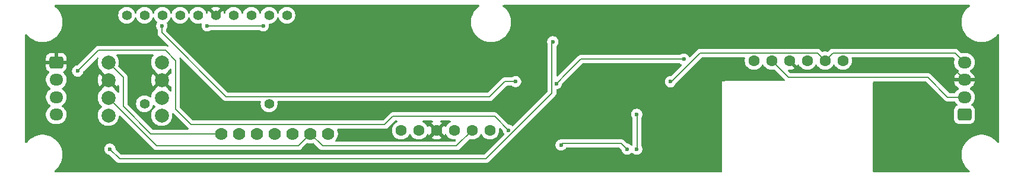
<source format=gbr>
%TF.GenerationSoftware,KiCad,Pcbnew,9.0.0*%
%TF.CreationDate,2025-03-07T17:00:58+09:00*%
%TF.ProjectId,Airdata,41697264-6174-4612-9e6b-696361645f70,rev?*%
%TF.SameCoordinates,Original*%
%TF.FileFunction,Copper,L2,Bot*%
%TF.FilePolarity,Positive*%
%FSLAX46Y46*%
G04 Gerber Fmt 4.6, Leading zero omitted, Abs format (unit mm)*
G04 Created by KiCad (PCBNEW 9.0.0) date 2025-03-07 17:00:58*
%MOMM*%
%LPD*%
G01*
G04 APERTURE LIST*
G04 Aperture macros list*
%AMRoundRect*
0 Rectangle with rounded corners*
0 $1 Rounding radius*
0 $2 $3 $4 $5 $6 $7 $8 $9 X,Y pos of 4 corners*
0 Add a 4 corners polygon primitive as box body*
4,1,4,$2,$3,$4,$5,$6,$7,$8,$9,$2,$3,0*
0 Add four circle primitives for the rounded corners*
1,1,$1+$1,$2,$3*
1,1,$1+$1,$4,$5*
1,1,$1+$1,$6,$7*
1,1,$1+$1,$8,$9*
0 Add four rect primitives between the rounded corners*
20,1,$1+$1,$2,$3,$4,$5,0*
20,1,$1+$1,$4,$5,$6,$7,0*
20,1,$1+$1,$6,$7,$8,$9,0*
20,1,$1+$1,$8,$9,$2,$3,0*%
G04 Aperture macros list end*
%TA.AperFunction,ComponentPad*%
%ADD10RoundRect,0.250000X0.725000X-0.600000X0.725000X0.600000X-0.725000X0.600000X-0.725000X-0.600000X0*%
%TD*%
%TA.AperFunction,ComponentPad*%
%ADD11O,1.950000X1.700000*%
%TD*%
%TA.AperFunction,ComponentPad*%
%ADD12C,1.600000*%
%TD*%
%TA.AperFunction,ComponentPad*%
%ADD13C,2.000000*%
%TD*%
%TA.AperFunction,ComponentPad*%
%ADD14C,1.778000*%
%TD*%
%TA.AperFunction,ComponentPad*%
%ADD15RoundRect,0.250000X-0.725000X0.600000X-0.725000X-0.600000X0.725000X-0.600000X0.725000X0.600000X0*%
%TD*%
%TA.AperFunction,ComponentPad*%
%ADD16C,1.400000*%
%TD*%
%TA.AperFunction,ViaPad*%
%ADD17C,0.600000*%
%TD*%
%TA.AperFunction,Conductor*%
%ADD18C,0.200000*%
%TD*%
G04 APERTURE END LIST*
D10*
%TO.P,PitoTube,1,Pin_1*%
%TO.N,/SCL1*%
X214550000Y-66250000D03*
D11*
%TO.P,PitoTube,2,Pin_2*%
%TO.N,+3V3*%
X214550000Y-63750000D03*
%TO.P,PitoTube,3,Pin_3*%
%TO.N,GND*%
X214550000Y-61250000D03*
%TO.P,PitoTube,4,Pin_4*%
%TO.N,/SDA1*%
X214550000Y-58750000D03*
%TD*%
D12*
%TO.P,AS5600,1,5V*%
%TO.N,+3V3*%
X134150000Y-68500000D03*
%TO.P,AS5600,2,3V3*%
X136690000Y-68500000D03*
%TO.P,AS5600,3,GND*%
%TO.N,GND*%
X139230000Y-68500000D03*
%TO.P,AS5600,4,SCL*%
%TO.N,/SCL*%
X141770000Y-68500000D03*
%TO.P,AS5600,5,SDA*%
%TO.N,/SDA*%
X144310000Y-68500000D03*
%TO.P,AS5600,6,OUT*%
%TO.N,unconnected-(U4-OUT-Pad6)*%
X146850000Y-68500000D03*
%TD*%
D13*
%TO.P,U2,1,VIN*%
%TO.N,+3V3*%
X92380000Y-58750000D03*
%TO.P,U2,2,GND*%
%TO.N,GND*%
X92380000Y-61290000D03*
%TO.P,U2,3,SDA*%
%TO.N,/SDA*%
X92380000Y-63830000D03*
%TO.P,U2,4,SCL*%
%TO.N,/SCL*%
X92380000Y-66370000D03*
%TO.P,U2,5,RESET*%
%TO.N,unconnected-(U2-RESET-Pad5)*%
X100000000Y-66370000D03*
%TO.P,U2,6,INT*%
%TO.N,unconnected-(U2-INT-Pad6)*%
X100000000Y-63830000D03*
%TO.P,U2,7,GND*%
%TO.N,GND*%
X100000000Y-61290000D03*
%TO.P,U2,8,VOUT*%
%TO.N,unconnected-(U2-VOUT-Pad8)*%
X100000000Y-58750000D03*
%TD*%
D12*
%TO.P,AoA,1,5V*%
%TO.N,+3V3*%
X184500000Y-58500000D03*
%TO.P,AoA,2,3V3*%
X187040000Y-58500000D03*
%TO.P,AoA,3,GND*%
%TO.N,GND*%
X189580000Y-58500000D03*
%TO.P,AoA,4,SCL*%
%TO.N,/SCL1*%
X192120000Y-58500000D03*
%TO.P,AoA,5,SDA*%
%TO.N,/SDA1*%
X194660000Y-58500000D03*
%TO.P,AoA,6,OUT*%
%TO.N,unconnected-(U3-OUT-Pad6)*%
X197200000Y-58500000D03*
%TD*%
D14*
%TO.P,DPS310-Adafruits1,1,VIN*%
%TO.N,+3V3*%
X108510000Y-69000000D03*
%TO.P,DPS310-Adafruits1,2,3V3*%
%TO.N,unconnected-(DPS310-Adafruits1-3V3-Pad2)*%
X111050000Y-69000000D03*
%TO.P,DPS310-Adafruits1,3,GND*%
%TO.N,GND*%
X113590000Y-69000000D03*
%TO.P,DPS310-Adafruits1,4,SCK*%
%TO.N,/SCL*%
X116130000Y-69000000D03*
%TO.P,DPS310-Adafruits1,5,SDO*%
%TO.N,unconnected-(DPS310-Adafruits1-SDO-Pad5)*%
X118670000Y-69000000D03*
%TO.P,DPS310-Adafruits1,6,SDI*%
%TO.N,/SDA*%
X121210000Y-69000000D03*
%TO.P,DPS310-Adafruits1,7,CS*%
%TO.N,unconnected-(DPS310-Adafruits1-CS-Pad7)*%
X123750000Y-69000000D03*
%TD*%
D15*
%TO.P,Air-UART,1,Pin_1*%
%TO.N,GND*%
X84950000Y-58750000D03*
D11*
%TO.P,Air-UART,2,Pin_2*%
%TO.N,+5V*%
X84950000Y-61250000D03*
%TO.P,Air-UART,3,Pin_3*%
%TO.N,/RTXR*%
X84950000Y-63750000D03*
%TO.P,Air-UART,4,Pin_4*%
%TO.N,/RRXT*%
X84950000Y-66250000D03*
%TD*%
D16*
%TO.P,J1,1,DAT2*%
%TO.N,unconnected-(J1-DAT2-Pad1)*%
X95000000Y-52000000D03*
%TO.P,J1,2,DAT3/CD*%
%TO.N,/SS*%
X97540000Y-52000000D03*
%TO.P,J1,3,CMD*%
%TO.N,Net-(J1-CMD)*%
X100080000Y-52000000D03*
%TO.P,J1,4,VDD*%
%TO.N,+3V3*%
X102620000Y-52000000D03*
%TO.P,J1,5,CLK*%
%TO.N,Net-(J1-CLK)*%
X105160000Y-52000000D03*
%TO.P,J1,6,VSS*%
%TO.N,GND*%
X107700000Y-52000000D03*
%TO.P,J1,7,DAT0*%
%TO.N,Net-(J1-DAT0)*%
X110240000Y-52000000D03*
%TO.P,J1,8,DAT1*%
%TO.N,unconnected-(J1-DAT1-Pad8)*%
X112780000Y-52000000D03*
%TO.P,J1,9,DET_B*%
%TO.N,unconnected-(J1-DET_B-Pad9)*%
X115320000Y-52000000D03*
%TO.P,J1,10,DET_A*%
%TO.N,unconnected-(J1-DET_A-Pad10)*%
X117860000Y-52000000D03*
%TO.P,J1,11,SHIELD*%
%TO.N,unconnected-(J1-SHIELD-Pad11)*%
X115320000Y-64700000D03*
%TO.P,J1,13*%
%TO.N,N/C*%
X97540000Y-64700000D03*
%TD*%
D17*
%TO.N,Net-(J1-CLK)*%
X106500000Y-53500000D03*
X114500000Y-53500000D03*
%TO.N,+3V3*%
X174500000Y-58300000D03*
X156300000Y-61800000D03*
%TO.N,Net-(J1-CMD)*%
X150500000Y-61500000D03*
X100000000Y-53500000D03*
%TO.N,GND*%
X178593198Y-59667800D03*
X156300000Y-64300000D03*
%TO.N,/RTXR*%
X92600000Y-71200000D03*
X155800000Y-55800000D03*
%TO.N,+5V*%
X88000000Y-60000000D03*
X149500000Y-68500000D03*
%TO.N,/RRXT*%
X167800000Y-71200000D03*
X167800000Y-66200000D03*
%TO.N,/SDA*%
X166413175Y-71213175D03*
X156982690Y-70617310D03*
%TO.N,/SDA1*%
X172599998Y-61525000D03*
%TD*%
D18*
%TO.N,/RTXR*%
X146248529Y-72600000D02*
X155700000Y-63148529D01*
X155700000Y-63148529D02*
X155700000Y-55900000D01*
X94000000Y-72600000D02*
X146248529Y-72600000D01*
X155700000Y-55900000D02*
X155800000Y-55800000D01*
X92600000Y-71200000D02*
X94000000Y-72600000D01*
%TO.N,Net-(J1-CLK)*%
X106500000Y-53500000D02*
X114500000Y-53500000D01*
%TO.N,+3V3*%
X157900000Y-60200000D02*
X159800000Y-58300000D01*
X212150000Y-63750000D02*
X214550000Y-63750000D01*
X98425786Y-69000000D02*
X94500000Y-65074214D01*
X94500000Y-65074214D02*
X94500000Y-60870000D01*
X187040000Y-58500000D02*
X189440000Y-60900000D01*
X156300000Y-61800000D02*
X157900000Y-60200000D01*
X174400000Y-58300000D02*
X174500000Y-58300000D01*
X189440000Y-60900000D02*
X209300000Y-60900000D01*
X159800000Y-58300000D02*
X174400000Y-58300000D01*
X209300000Y-60900000D02*
X212150000Y-63750000D01*
X108510000Y-69000000D02*
X98425786Y-69000000D01*
X94500000Y-60870000D02*
X92380000Y-58750000D01*
%TO.N,Net-(J1-CMD)*%
X146800000Y-63700000D02*
X109200000Y-63700000D01*
X149000000Y-61500000D02*
X146800000Y-63700000D01*
X109200000Y-63700000D02*
X100000000Y-54500000D01*
X150500000Y-61500000D02*
X149000000Y-61500000D01*
X100000000Y-54500000D02*
X100000000Y-53500000D01*
%TO.N,GND*%
X178560998Y-59700000D02*
X176200000Y-59700000D01*
X99710000Y-61290000D02*
X99500000Y-61500000D01*
X178593198Y-59667800D02*
X178560998Y-59700000D01*
X176200000Y-59700000D02*
X171600000Y-64300000D01*
X214550000Y-61250000D02*
X213200000Y-59900000D01*
X213200000Y-59900000D02*
X190980000Y-59900000D01*
X108000000Y-52000000D02*
X107700000Y-52000000D01*
X190980000Y-59900000D02*
X189580000Y-58500000D01*
X171600000Y-64300000D02*
X156300000Y-64300000D01*
X99710000Y-61290000D02*
X100000000Y-61290000D01*
%TO.N,+5V*%
X102000000Y-65500000D02*
X102000000Y-58500000D01*
X102000000Y-58500000D02*
X100500000Y-57000000D01*
X142500000Y-66500000D02*
X147500000Y-66500000D01*
X100500000Y-57000000D02*
X91000000Y-57000000D01*
X147500000Y-66500000D02*
X149500000Y-68500000D01*
X142500000Y-66500000D02*
X133000000Y-66500000D01*
X133000000Y-66500000D02*
X131800000Y-67700000D01*
X131800000Y-67700000D02*
X104200000Y-67700000D01*
X104200000Y-67700000D02*
X102000000Y-65500000D01*
X91000000Y-57000000D02*
X88000000Y-60000000D01*
%TO.N,/RRXT*%
X167813175Y-69400000D02*
X167813175Y-71186825D01*
X167813175Y-69400000D02*
X167813175Y-66213175D01*
X167813175Y-71186825D02*
X167800000Y-71200000D01*
X167813175Y-66213175D02*
X167800000Y-66200000D01*
%TO.N,/SDA*%
X122960000Y-70750000D02*
X121210000Y-69000000D01*
X165600000Y-70400000D02*
X166413175Y-71213175D01*
X157200000Y-70400000D02*
X165600000Y-70400000D01*
X156982690Y-70617310D02*
X157200000Y-70400000D01*
X144310000Y-68500000D02*
X142060000Y-70750000D01*
X99300000Y-70750000D02*
X92380000Y-63830000D01*
X119500000Y-70750000D02*
X99300000Y-70750000D01*
X121210000Y-69000000D02*
X119500000Y-70710000D01*
X119500000Y-70710000D02*
X119500000Y-70750000D01*
X142060000Y-70750000D02*
X122960000Y-70750000D01*
%TO.N,/SDA1*%
X195760000Y-57400000D02*
X213200000Y-57400000D01*
X213200000Y-57400000D02*
X214550000Y-58750000D01*
X172725000Y-61525000D02*
X176850000Y-57400000D01*
X193560000Y-57400000D02*
X194660000Y-58500000D01*
X176850000Y-57400000D02*
X193560000Y-57400000D01*
X194660000Y-58500000D02*
X195760000Y-57400000D01*
X172599998Y-61525000D02*
X172725000Y-61525000D01*
%TD*%
%TA.AperFunction,Conductor*%
%TO.N,GND*%
G36*
X145275095Y-50520185D02*
G01*
X145320850Y-50572989D01*
X145330794Y-50642147D01*
X145301769Y-50705703D01*
X145285369Y-50721447D01*
X145097587Y-50871197D01*
X144871197Y-51097587D01*
X144671580Y-51347900D01*
X144501243Y-51618989D01*
X144362332Y-51907440D01*
X144256590Y-52209635D01*
X144256589Y-52209637D01*
X144185347Y-52521771D01*
X144185345Y-52521783D01*
X144149500Y-52839914D01*
X144149500Y-53160085D01*
X144185345Y-53478216D01*
X144185347Y-53478228D01*
X144256589Y-53790362D01*
X144256590Y-53790364D01*
X144362332Y-54092559D01*
X144501243Y-54381010D01*
X144501245Y-54381013D01*
X144671581Y-54652101D01*
X144783101Y-54791943D01*
X144844325Y-54868716D01*
X144871198Y-54902413D01*
X145097587Y-55128802D01*
X145347899Y-55328419D01*
X145618987Y-55498755D01*
X145907442Y-55637668D01*
X146209637Y-55743410D01*
X146521771Y-55814653D01*
X146839915Y-55850499D01*
X146839916Y-55850500D01*
X146839919Y-55850500D01*
X147160084Y-55850500D01*
X147160084Y-55850499D01*
X147478229Y-55814653D01*
X147790363Y-55743410D01*
X148092558Y-55637668D01*
X148381013Y-55498755D01*
X148652101Y-55328419D01*
X148902413Y-55128802D01*
X149128802Y-54902413D01*
X149328419Y-54652101D01*
X149498755Y-54381013D01*
X149637668Y-54092558D01*
X149743410Y-53790363D01*
X149814653Y-53478229D01*
X149850500Y-53160081D01*
X149850500Y-52839919D01*
X149814653Y-52521771D01*
X149743410Y-52209637D01*
X149637668Y-51907442D01*
X149498755Y-51618987D01*
X149328419Y-51347899D01*
X149128802Y-51097587D01*
X148902413Y-50871198D01*
X148813133Y-50800000D01*
X148714631Y-50721447D01*
X148674491Y-50664259D01*
X148671641Y-50594447D01*
X148706986Y-50534177D01*
X148769305Y-50502584D01*
X148791944Y-50500500D01*
X215208056Y-50500500D01*
X215275095Y-50520185D01*
X215320850Y-50572989D01*
X215330794Y-50642147D01*
X215301769Y-50705703D01*
X215285369Y-50721447D01*
X215097587Y-50871197D01*
X214871197Y-51097587D01*
X214671580Y-51347900D01*
X214501243Y-51618989D01*
X214362332Y-51907440D01*
X214256590Y-52209635D01*
X214256589Y-52209637D01*
X214185347Y-52521771D01*
X214185345Y-52521783D01*
X214149500Y-52839914D01*
X214149500Y-53160085D01*
X214185345Y-53478216D01*
X214185347Y-53478228D01*
X214256589Y-53790362D01*
X214256590Y-53790364D01*
X214362332Y-54092559D01*
X214501243Y-54381010D01*
X214501245Y-54381013D01*
X214671581Y-54652101D01*
X214783101Y-54791943D01*
X214844325Y-54868716D01*
X214871198Y-54902413D01*
X215097587Y-55128802D01*
X215347899Y-55328419D01*
X215618987Y-55498755D01*
X215907442Y-55637668D01*
X216209637Y-55743410D01*
X216521771Y-55814653D01*
X216839915Y-55850499D01*
X216839916Y-55850500D01*
X216839919Y-55850500D01*
X217160084Y-55850500D01*
X217160084Y-55850499D01*
X217478229Y-55814653D01*
X217790363Y-55743410D01*
X218092558Y-55637668D01*
X218381013Y-55498755D01*
X218652101Y-55328419D01*
X218902413Y-55128802D01*
X219128802Y-54902413D01*
X219155675Y-54868716D01*
X219278553Y-54714631D01*
X219335741Y-54674490D01*
X219405552Y-54671640D01*
X219465823Y-54706985D01*
X219497416Y-54769304D01*
X219499500Y-54791943D01*
X219499500Y-70208056D01*
X219479815Y-70275095D01*
X219427011Y-70320850D01*
X219357853Y-70330794D01*
X219294297Y-70301769D01*
X219278553Y-70285369D01*
X219128802Y-70097587D01*
X218902412Y-69871197D01*
X218751511Y-69750858D01*
X218652101Y-69671581D01*
X218381013Y-69501245D01*
X218381010Y-69501243D01*
X218092559Y-69362332D01*
X217790364Y-69256590D01*
X217790362Y-69256589D01*
X217511728Y-69192993D01*
X217478229Y-69185347D01*
X217478225Y-69185346D01*
X217478216Y-69185345D01*
X217160085Y-69149500D01*
X217160081Y-69149500D01*
X216839919Y-69149500D01*
X216839914Y-69149500D01*
X216521783Y-69185345D01*
X216521771Y-69185347D01*
X216209637Y-69256589D01*
X216209635Y-69256590D01*
X215907440Y-69362332D01*
X215618989Y-69501243D01*
X215347900Y-69671580D01*
X215097587Y-69871197D01*
X214871197Y-70097587D01*
X214671580Y-70347900D01*
X214501243Y-70618989D01*
X214362332Y-70907440D01*
X214256590Y-71209635D01*
X214256589Y-71209637D01*
X214185347Y-71521771D01*
X214185345Y-71521783D01*
X214149500Y-71839914D01*
X214149500Y-72160085D01*
X214185345Y-72478216D01*
X214185347Y-72478228D01*
X214256589Y-72790362D01*
X214256590Y-72790364D01*
X214362332Y-73092559D01*
X214501243Y-73381010D01*
X214501245Y-73381013D01*
X214671581Y-73652101D01*
X214765047Y-73769304D01*
X214871197Y-73902412D01*
X215097587Y-74128802D01*
X215285369Y-74278553D01*
X215325509Y-74335741D01*
X215328359Y-74405553D01*
X215293014Y-74465823D01*
X215230695Y-74497416D01*
X215208056Y-74499500D01*
X201624000Y-74499500D01*
X201556961Y-74479815D01*
X201511206Y-74427011D01*
X201500000Y-74375500D01*
X201500000Y-61624500D01*
X201519685Y-61557461D01*
X201572489Y-61511706D01*
X201624000Y-61500500D01*
X208999903Y-61500500D01*
X209066942Y-61520185D01*
X209087583Y-61536818D01*
X211781284Y-64230520D01*
X211781286Y-64230521D01*
X211781290Y-64230524D01*
X211918209Y-64309573D01*
X211918216Y-64309577D01*
X212070943Y-64350501D01*
X212070945Y-64350501D01*
X212236654Y-64350501D01*
X212236670Y-64350500D01*
X213139281Y-64350500D01*
X213206320Y-64370185D01*
X213249765Y-64418205D01*
X213269947Y-64457814D01*
X213269948Y-64457815D01*
X213394890Y-64629786D01*
X213533705Y-64768601D01*
X213567190Y-64829924D01*
X213562206Y-64899616D01*
X213520334Y-64955549D01*
X213511121Y-64961821D01*
X213356342Y-65057289D01*
X213232289Y-65181342D01*
X213140187Y-65330663D01*
X213140185Y-65330668D01*
X213117377Y-65399500D01*
X213085001Y-65497203D01*
X213085001Y-65497204D01*
X213085000Y-65497204D01*
X213074500Y-65599983D01*
X213074500Y-66900001D01*
X213074501Y-66900018D01*
X213085000Y-67002796D01*
X213085001Y-67002799D01*
X213134141Y-67151092D01*
X213140186Y-67169334D01*
X213232288Y-67318656D01*
X213356344Y-67442712D01*
X213505666Y-67534814D01*
X213672203Y-67589999D01*
X213774991Y-67600500D01*
X215325008Y-67600499D01*
X215427797Y-67589999D01*
X215594334Y-67534814D01*
X215743656Y-67442712D01*
X215867712Y-67318656D01*
X215959814Y-67169334D01*
X216014999Y-67002797D01*
X216025500Y-66900009D01*
X216025499Y-65599992D01*
X216023360Y-65579057D01*
X216014999Y-65497203D01*
X216014998Y-65497200D01*
X216001188Y-65455524D01*
X215959814Y-65330666D01*
X215867712Y-65181344D01*
X215743656Y-65057288D01*
X215594334Y-64965186D01*
X215594333Y-64965185D01*
X215588878Y-64961821D01*
X215542154Y-64909873D01*
X215530931Y-64840910D01*
X215558775Y-64776828D01*
X215566272Y-64768623D01*
X215705104Y-64629792D01*
X215830051Y-64457816D01*
X215926557Y-64268412D01*
X215992246Y-64066243D01*
X216025500Y-63856287D01*
X216025500Y-63643713D01*
X215992246Y-63433757D01*
X215926557Y-63231588D01*
X215830051Y-63042184D01*
X215830049Y-63042181D01*
X215830048Y-63042179D01*
X215705109Y-62870213D01*
X215554790Y-62719894D01*
X215554785Y-62719890D01*
X215389781Y-62600008D01*
X215347115Y-62544678D01*
X215341136Y-62475065D01*
X215373741Y-62413270D01*
X215389781Y-62399371D01*
X215554466Y-62279721D01*
X215704723Y-62129464D01*
X215704727Y-62129459D01*
X215829620Y-61957557D01*
X215926095Y-61768217D01*
X215991757Y-61566129D01*
X215991757Y-61566126D01*
X216002231Y-61500000D01*
X214954146Y-61500000D01*
X214992630Y-61433343D01*
X215025000Y-61312535D01*
X215025000Y-61187465D01*
X214992630Y-61066657D01*
X214954146Y-61000000D01*
X216002231Y-61000000D01*
X215991757Y-60933873D01*
X215991757Y-60933870D01*
X215926095Y-60731782D01*
X215829620Y-60542442D01*
X215704727Y-60370540D01*
X215704723Y-60370535D01*
X215554464Y-60220276D01*
X215554459Y-60220272D01*
X215389781Y-60100627D01*
X215347115Y-60045297D01*
X215341136Y-59975684D01*
X215373741Y-59913889D01*
X215389776Y-59899994D01*
X215554792Y-59780104D01*
X215705104Y-59629792D01*
X215705106Y-59629788D01*
X215705109Y-59629786D01*
X215830048Y-59457820D01*
X215830047Y-59457820D01*
X215830051Y-59457816D01*
X215926557Y-59268412D01*
X215992246Y-59066243D01*
X216025500Y-58856287D01*
X216025500Y-58643713D01*
X215992246Y-58433757D01*
X215926557Y-58231588D01*
X215830051Y-58042184D01*
X215830049Y-58042181D01*
X215830048Y-58042179D01*
X215705109Y-57870213D01*
X215554786Y-57719890D01*
X215382820Y-57594951D01*
X215193414Y-57498444D01*
X215193413Y-57498443D01*
X215193412Y-57498443D01*
X214991243Y-57432754D01*
X214991241Y-57432753D01*
X214991240Y-57432753D01*
X214829957Y-57407208D01*
X214781287Y-57399500D01*
X214318713Y-57399500D01*
X214250721Y-57410268D01*
X214148052Y-57426530D01*
X214078758Y-57417575D01*
X214040973Y-57391738D01*
X213687590Y-57038355D01*
X213687588Y-57038352D01*
X213568717Y-56919481D01*
X213568716Y-56919480D01*
X213481904Y-56869360D01*
X213481904Y-56869359D01*
X213481900Y-56869358D01*
X213431785Y-56840423D01*
X213279057Y-56799499D01*
X213120943Y-56799499D01*
X213113347Y-56799499D01*
X213113331Y-56799500D01*
X195846669Y-56799500D01*
X195846653Y-56799499D01*
X195839057Y-56799499D01*
X195680943Y-56799499D01*
X195573587Y-56828265D01*
X195528210Y-56840424D01*
X195528209Y-56840425D01*
X195478096Y-56869359D01*
X195478095Y-56869360D01*
X195434689Y-56894420D01*
X195391285Y-56919479D01*
X195391282Y-56919481D01*
X195279478Y-57031286D01*
X195104842Y-57205921D01*
X195043519Y-57239406D01*
X194978848Y-57236173D01*
X194964534Y-57231522D01*
X194789995Y-57203878D01*
X194762352Y-57199500D01*
X194557648Y-57199500D01*
X194519599Y-57205526D01*
X194355468Y-57231522D01*
X194346717Y-57234365D01*
X194341154Y-57236173D01*
X194325941Y-57236607D01*
X194311684Y-57241925D01*
X194291729Y-57237584D01*
X194271313Y-57238167D01*
X194257226Y-57230078D01*
X194243411Y-57227073D01*
X194215157Y-57205922D01*
X194047590Y-57038355D01*
X194047588Y-57038352D01*
X193928717Y-56919481D01*
X193928716Y-56919480D01*
X193841904Y-56869360D01*
X193841904Y-56869359D01*
X193841900Y-56869358D01*
X193791785Y-56840423D01*
X193639057Y-56799499D01*
X193480943Y-56799499D01*
X193473347Y-56799499D01*
X193473331Y-56799500D01*
X176936669Y-56799500D01*
X176936653Y-56799499D01*
X176929057Y-56799499D01*
X176770943Y-56799499D01*
X176663587Y-56828265D01*
X176618210Y-56840424D01*
X176618209Y-56840425D01*
X176568096Y-56869359D01*
X176568095Y-56869360D01*
X176524689Y-56894420D01*
X176481285Y-56919479D01*
X176481282Y-56919481D01*
X176369478Y-57031286D01*
X175419860Y-57980903D01*
X175358537Y-58014388D01*
X175288845Y-58009404D01*
X175232912Y-57967532D01*
X175217618Y-57940675D01*
X175209395Y-57920823D01*
X175209390Y-57920814D01*
X175121789Y-57789711D01*
X175121786Y-57789707D01*
X175010292Y-57678213D01*
X175010288Y-57678210D01*
X174879185Y-57590609D01*
X174879172Y-57590602D01*
X174733501Y-57530264D01*
X174733489Y-57530261D01*
X174578845Y-57499500D01*
X174578842Y-57499500D01*
X174421158Y-57499500D01*
X174421155Y-57499500D01*
X174266510Y-57530261D01*
X174266498Y-57530264D01*
X174120827Y-57590602D01*
X174120814Y-57590609D01*
X173989125Y-57678602D01*
X173922447Y-57699480D01*
X173920234Y-57699500D01*
X159886670Y-57699500D01*
X159886654Y-57699499D01*
X159879058Y-57699499D01*
X159720943Y-57699499D01*
X159644844Y-57719890D01*
X159568214Y-57740423D01*
X159568209Y-57740426D01*
X159431290Y-57819475D01*
X159431282Y-57819481D01*
X156512181Y-60738583D01*
X156450858Y-60772068D01*
X156381166Y-60767084D01*
X156325233Y-60725212D01*
X156300816Y-60659748D01*
X156300500Y-60650902D01*
X156300500Y-56482940D01*
X156320185Y-56415901D01*
X156336814Y-56395263D01*
X156421789Y-56310289D01*
X156509394Y-56179179D01*
X156569737Y-56033497D01*
X156600500Y-55878842D01*
X156600500Y-55721158D01*
X156600500Y-55721155D01*
X156600499Y-55721153D01*
X156569737Y-55566503D01*
X156569735Y-55566498D01*
X156509397Y-55420827D01*
X156509390Y-55420814D01*
X156421789Y-55289711D01*
X156421786Y-55289707D01*
X156310292Y-55178213D01*
X156310288Y-55178210D01*
X156179185Y-55090609D01*
X156179172Y-55090602D01*
X156033501Y-55030264D01*
X156033489Y-55030261D01*
X155878845Y-54999500D01*
X155878842Y-54999500D01*
X155721158Y-54999500D01*
X155721155Y-54999500D01*
X155566510Y-55030261D01*
X155566498Y-55030264D01*
X155420827Y-55090602D01*
X155420814Y-55090609D01*
X155289711Y-55178210D01*
X155289707Y-55178213D01*
X155178213Y-55289707D01*
X155178210Y-55289711D01*
X155090609Y-55420814D01*
X155090602Y-55420827D01*
X155030264Y-55566498D01*
X155030261Y-55566510D01*
X154999500Y-55721153D01*
X154999500Y-55878846D01*
X155030261Y-56033489D01*
X155030264Y-56033501D01*
X155090061Y-56177864D01*
X155099500Y-56225316D01*
X155099500Y-62848432D01*
X155079815Y-62915471D01*
X155063181Y-62936113D01*
X150148663Y-67850630D01*
X150087340Y-67884115D01*
X150017648Y-67879131D01*
X149992091Y-67866051D01*
X149879185Y-67790609D01*
X149879172Y-67790602D01*
X149733501Y-67730264D01*
X149733491Y-67730261D01*
X149578149Y-67699361D01*
X149516238Y-67666976D01*
X149514660Y-67665425D01*
X147987590Y-66138355D01*
X147987588Y-66138352D01*
X147868717Y-66019481D01*
X147868709Y-66019475D01*
X147775146Y-65965457D01*
X147775145Y-65965457D01*
X147731785Y-65940423D01*
X147579057Y-65899499D01*
X147420943Y-65899499D01*
X147413347Y-65899499D01*
X147413331Y-65899500D01*
X132920942Y-65899500D01*
X132768214Y-65940423D01*
X132746535Y-65952940D01*
X132724855Y-65965457D01*
X132724854Y-65965457D01*
X132631290Y-66019475D01*
X132631282Y-66019481D01*
X132519478Y-66131286D01*
X131587584Y-67063181D01*
X131526261Y-67096666D01*
X131499903Y-67099500D01*
X104500097Y-67099500D01*
X104433058Y-67079815D01*
X104412416Y-67063181D01*
X102636819Y-65287584D01*
X102603334Y-65226261D01*
X102600500Y-65199903D01*
X102600500Y-58420945D01*
X102600500Y-58420943D01*
X102559577Y-58268216D01*
X102539557Y-58233541D01*
X102523086Y-58165642D01*
X102545939Y-58099615D01*
X102600861Y-58056425D01*
X102670414Y-58049784D01*
X102732516Y-58081801D01*
X102734612Y-58083848D01*
X108831284Y-64180520D01*
X108831286Y-64180521D01*
X108831290Y-64180524D01*
X108968209Y-64259573D01*
X108968212Y-64259575D01*
X108968216Y-64259577D01*
X109120943Y-64300501D01*
X109120945Y-64300501D01*
X109286654Y-64300501D01*
X109286670Y-64300500D01*
X114022625Y-64300500D01*
X114089664Y-64320185D01*
X114135419Y-64372989D01*
X114145363Y-64442147D01*
X114145098Y-64443898D01*
X114119500Y-64605513D01*
X114119500Y-64794486D01*
X114149059Y-64981118D01*
X114207454Y-65160836D01*
X114272036Y-65287584D01*
X114293240Y-65329199D01*
X114404310Y-65482073D01*
X114537927Y-65615690D01*
X114690801Y-65726760D01*
X114770347Y-65767290D01*
X114859163Y-65812545D01*
X114859165Y-65812545D01*
X114859168Y-65812547D01*
X114955497Y-65843846D01*
X115038881Y-65870940D01*
X115225514Y-65900500D01*
X115225519Y-65900500D01*
X115414486Y-65900500D01*
X115601118Y-65870940D01*
X115607963Y-65868716D01*
X115780832Y-65812547D01*
X115949199Y-65726760D01*
X116102073Y-65615690D01*
X116235690Y-65482073D01*
X116346760Y-65329199D01*
X116432547Y-65160832D01*
X116490940Y-64981118D01*
X116491985Y-64974519D01*
X116520500Y-64794486D01*
X116520500Y-64605513D01*
X116494902Y-64443898D01*
X116503856Y-64374605D01*
X116548852Y-64321153D01*
X116615604Y-64300513D01*
X116617375Y-64300500D01*
X146713331Y-64300500D01*
X146713347Y-64300501D01*
X146720943Y-64300501D01*
X146879054Y-64300501D01*
X146879057Y-64300501D01*
X147031785Y-64259577D01*
X147082113Y-64230520D01*
X147082114Y-64230520D01*
X147168709Y-64180524D01*
X147168708Y-64180524D01*
X147168716Y-64180520D01*
X147280520Y-64068716D01*
X147280520Y-64068714D01*
X147290724Y-64058511D01*
X147290727Y-64058506D01*
X149212416Y-62136819D01*
X149273739Y-62103334D01*
X149300097Y-62100500D01*
X149920234Y-62100500D01*
X149987273Y-62120185D01*
X149989125Y-62121398D01*
X150120814Y-62209390D01*
X150120827Y-62209397D01*
X150266498Y-62269735D01*
X150266503Y-62269737D01*
X150392176Y-62294735D01*
X150421153Y-62300499D01*
X150421156Y-62300500D01*
X150421158Y-62300500D01*
X150578844Y-62300500D01*
X150578845Y-62300499D01*
X150733497Y-62269737D01*
X150879179Y-62209394D01*
X151010289Y-62121789D01*
X151121789Y-62010289D01*
X151209394Y-61879179D01*
X151269737Y-61733497D01*
X151300500Y-61578842D01*
X151300500Y-61421158D01*
X151300500Y-61421155D01*
X151300499Y-61421153D01*
X151296129Y-61399184D01*
X151269737Y-61266503D01*
X151252204Y-61224174D01*
X151209397Y-61120827D01*
X151209390Y-61120814D01*
X151121789Y-60989711D01*
X151121786Y-60989707D01*
X151010292Y-60878213D01*
X151010288Y-60878210D01*
X150879185Y-60790609D01*
X150879172Y-60790602D01*
X150733501Y-60730264D01*
X150733489Y-60730261D01*
X150578845Y-60699500D01*
X150578842Y-60699500D01*
X150421158Y-60699500D01*
X150421155Y-60699500D01*
X150266510Y-60730261D01*
X150266498Y-60730264D01*
X150120827Y-60790602D01*
X150120814Y-60790609D01*
X149989125Y-60878602D01*
X149922447Y-60899480D01*
X149920234Y-60899500D01*
X149086669Y-60899500D01*
X149086653Y-60899499D01*
X149079057Y-60899499D01*
X148920943Y-60899499D01*
X148813587Y-60928265D01*
X148768210Y-60940424D01*
X148768209Y-60940425D01*
X148724915Y-60965422D01*
X148724913Y-60965423D01*
X148631290Y-61019475D01*
X148631282Y-61019481D01*
X148553757Y-61097007D01*
X148519480Y-61131284D01*
X148519478Y-61131286D01*
X147547431Y-62103334D01*
X146587584Y-63063181D01*
X146526261Y-63096666D01*
X146499903Y-63099500D01*
X109500098Y-63099500D01*
X109433059Y-63079815D01*
X109412417Y-63063181D01*
X100636819Y-54287583D01*
X100622115Y-54260655D01*
X100605523Y-54234837D01*
X100604631Y-54228636D01*
X100603334Y-54226260D01*
X100600500Y-54199902D01*
X100600500Y-54079765D01*
X100620185Y-54012726D01*
X100621398Y-54010874D01*
X100709390Y-53879185D01*
X100709390Y-53879184D01*
X100709394Y-53879179D01*
X100769737Y-53733497D01*
X100800500Y-53578842D01*
X100800500Y-53421158D01*
X100800500Y-53421155D01*
X100800499Y-53421153D01*
X100786085Y-53348691D01*
X100769737Y-53266503D01*
X100769735Y-53266498D01*
X100716809Y-53138721D01*
X100709340Y-53069252D01*
X100740616Y-53006773D01*
X100758482Y-52990953D01*
X100862073Y-52915690D01*
X100995690Y-52782073D01*
X101106760Y-52629199D01*
X101192547Y-52460832D01*
X101232069Y-52339195D01*
X101271507Y-52281521D01*
X101335866Y-52254323D01*
X101404712Y-52266238D01*
X101456188Y-52313482D01*
X101467931Y-52339196D01*
X101507454Y-52460836D01*
X101570201Y-52583983D01*
X101593240Y-52629199D01*
X101704310Y-52782073D01*
X101837927Y-52915690D01*
X101990801Y-53026760D01*
X102037541Y-53050575D01*
X102159163Y-53112545D01*
X102159165Y-53112545D01*
X102159168Y-53112547D01*
X102239723Y-53138721D01*
X102338881Y-53170940D01*
X102525514Y-53200500D01*
X102525519Y-53200500D01*
X102714486Y-53200500D01*
X102901118Y-53170940D01*
X102934538Y-53160081D01*
X103080832Y-53112547D01*
X103249199Y-53026760D01*
X103402073Y-52915690D01*
X103535690Y-52782073D01*
X103646760Y-52629199D01*
X103732547Y-52460832D01*
X103772069Y-52339195D01*
X103811507Y-52281521D01*
X103875866Y-52254323D01*
X103944712Y-52266238D01*
X103996188Y-52313482D01*
X104007931Y-52339196D01*
X104047454Y-52460836D01*
X104110201Y-52583983D01*
X104133240Y-52629199D01*
X104244310Y-52782073D01*
X104377927Y-52915690D01*
X104530801Y-53026760D01*
X104577541Y-53050575D01*
X104699163Y-53112545D01*
X104699165Y-53112545D01*
X104699168Y-53112547D01*
X104779723Y-53138721D01*
X104878881Y-53170940D01*
X105065514Y-53200500D01*
X105065519Y-53200500D01*
X105254486Y-53200500D01*
X105441118Y-53170940D01*
X105569355Y-53129272D01*
X105639194Y-53127278D01*
X105699027Y-53163358D01*
X105729856Y-53226058D01*
X105729289Y-53271395D01*
X105699500Y-53421153D01*
X105699500Y-53578846D01*
X105730261Y-53733489D01*
X105730264Y-53733501D01*
X105790602Y-53879172D01*
X105790609Y-53879185D01*
X105878210Y-54010288D01*
X105878213Y-54010292D01*
X105989707Y-54121786D01*
X105989711Y-54121789D01*
X106120814Y-54209390D01*
X106120827Y-54209397D01*
X106244577Y-54260655D01*
X106266503Y-54269737D01*
X106421153Y-54300499D01*
X106421156Y-54300500D01*
X106421158Y-54300500D01*
X106578844Y-54300500D01*
X106578845Y-54300499D01*
X106733497Y-54269737D01*
X106879179Y-54209394D01*
X106893385Y-54199902D01*
X107010875Y-54121398D01*
X107077553Y-54100520D01*
X107079766Y-54100500D01*
X113920234Y-54100500D01*
X113987273Y-54120185D01*
X113989125Y-54121398D01*
X114120814Y-54209390D01*
X114120827Y-54209397D01*
X114244577Y-54260655D01*
X114266503Y-54269737D01*
X114421153Y-54300499D01*
X114421156Y-54300500D01*
X114421158Y-54300500D01*
X114578844Y-54300500D01*
X114578845Y-54300499D01*
X114733497Y-54269737D01*
X114879179Y-54209394D01*
X115010289Y-54121789D01*
X115121789Y-54010289D01*
X115209394Y-53879179D01*
X115269737Y-53733497D01*
X115300500Y-53578842D01*
X115300500Y-53421158D01*
X115300500Y-53421155D01*
X115300499Y-53421153D01*
X115286086Y-53348691D01*
X115292313Y-53279100D01*
X115335176Y-53223922D01*
X115401066Y-53200678D01*
X115407703Y-53200500D01*
X115414486Y-53200500D01*
X115601118Y-53170940D01*
X115634538Y-53160081D01*
X115780832Y-53112547D01*
X115949199Y-53026760D01*
X116102073Y-52915690D01*
X116235690Y-52782073D01*
X116346760Y-52629199D01*
X116432547Y-52460832D01*
X116472069Y-52339195D01*
X116511507Y-52281521D01*
X116575866Y-52254323D01*
X116644712Y-52266238D01*
X116696188Y-52313482D01*
X116707931Y-52339196D01*
X116747454Y-52460836D01*
X116810201Y-52583983D01*
X116833240Y-52629199D01*
X116944310Y-52782073D01*
X117077927Y-52915690D01*
X117230801Y-53026760D01*
X117277541Y-53050575D01*
X117399163Y-53112545D01*
X117399165Y-53112545D01*
X117399168Y-53112547D01*
X117479723Y-53138721D01*
X117578881Y-53170940D01*
X117765514Y-53200500D01*
X117765519Y-53200500D01*
X117954486Y-53200500D01*
X118141118Y-53170940D01*
X118174538Y-53160081D01*
X118320832Y-53112547D01*
X118489199Y-53026760D01*
X118642073Y-52915690D01*
X118775690Y-52782073D01*
X118886760Y-52629199D01*
X118972547Y-52460832D01*
X119030940Y-52281118D01*
X119035312Y-52253514D01*
X119060500Y-52094486D01*
X119060500Y-51905513D01*
X119030940Y-51718881D01*
X118972610Y-51539362D01*
X118972547Y-51539168D01*
X118972545Y-51539165D01*
X118972545Y-51539163D01*
X118927290Y-51450347D01*
X118886760Y-51370801D01*
X118775690Y-51217927D01*
X118642073Y-51084310D01*
X118489199Y-50973240D01*
X118320836Y-50887454D01*
X118141118Y-50829059D01*
X117954486Y-50799500D01*
X117954481Y-50799500D01*
X117765519Y-50799500D01*
X117765514Y-50799500D01*
X117578881Y-50829059D01*
X117399163Y-50887454D01*
X117230800Y-50973240D01*
X117143579Y-51036610D01*
X117077927Y-51084310D01*
X117077925Y-51084312D01*
X117077924Y-51084312D01*
X116944312Y-51217924D01*
X116944312Y-51217925D01*
X116944310Y-51217927D01*
X116902775Y-51275095D01*
X116833240Y-51370800D01*
X116747454Y-51539163D01*
X116707931Y-51660803D01*
X116668493Y-51718478D01*
X116604134Y-51745676D01*
X116535288Y-51733761D01*
X116483812Y-51686516D01*
X116472069Y-51660803D01*
X116432610Y-51539362D01*
X116432547Y-51539168D01*
X116432545Y-51539165D01*
X116432545Y-51539163D01*
X116387290Y-51450347D01*
X116346760Y-51370801D01*
X116235690Y-51217927D01*
X116102073Y-51084310D01*
X115949199Y-50973240D01*
X115780836Y-50887454D01*
X115601118Y-50829059D01*
X115414486Y-50799500D01*
X115414481Y-50799500D01*
X115225519Y-50799500D01*
X115225514Y-50799500D01*
X115038881Y-50829059D01*
X114859163Y-50887454D01*
X114690800Y-50973240D01*
X114603579Y-51036610D01*
X114537927Y-51084310D01*
X114537925Y-51084312D01*
X114537924Y-51084312D01*
X114404312Y-51217924D01*
X114404312Y-51217925D01*
X114404310Y-51217927D01*
X114362775Y-51275095D01*
X114293240Y-51370800D01*
X114207454Y-51539163D01*
X114167931Y-51660803D01*
X114128493Y-51718478D01*
X114064134Y-51745676D01*
X113995288Y-51733761D01*
X113943812Y-51686516D01*
X113932069Y-51660803D01*
X113892610Y-51539362D01*
X113892547Y-51539168D01*
X113892545Y-51539165D01*
X113892545Y-51539163D01*
X113847290Y-51450347D01*
X113806760Y-51370801D01*
X113695690Y-51217927D01*
X113562073Y-51084310D01*
X113409199Y-50973240D01*
X113240836Y-50887454D01*
X113061118Y-50829059D01*
X112874486Y-50799500D01*
X112874481Y-50799500D01*
X112685519Y-50799500D01*
X112685514Y-50799500D01*
X112498881Y-50829059D01*
X112319163Y-50887454D01*
X112150800Y-50973240D01*
X112063579Y-51036610D01*
X111997927Y-51084310D01*
X111997925Y-51084312D01*
X111997924Y-51084312D01*
X111864312Y-51217924D01*
X111864312Y-51217925D01*
X111864310Y-51217927D01*
X111822775Y-51275095D01*
X111753240Y-51370800D01*
X111667454Y-51539163D01*
X111627931Y-51660803D01*
X111588493Y-51718478D01*
X111524134Y-51745676D01*
X111455288Y-51733761D01*
X111403812Y-51686516D01*
X111392069Y-51660803D01*
X111352610Y-51539362D01*
X111352547Y-51539168D01*
X111352545Y-51539165D01*
X111352545Y-51539163D01*
X111307290Y-51450347D01*
X111266760Y-51370801D01*
X111155690Y-51217927D01*
X111022073Y-51084310D01*
X110869199Y-50973240D01*
X110700836Y-50887454D01*
X110521118Y-50829059D01*
X110334486Y-50799500D01*
X110334481Y-50799500D01*
X110145519Y-50799500D01*
X110145514Y-50799500D01*
X109958881Y-50829059D01*
X109779163Y-50887454D01*
X109610800Y-50973240D01*
X109523579Y-51036610D01*
X109457927Y-51084310D01*
X109457925Y-51084312D01*
X109457924Y-51084312D01*
X109324312Y-51217924D01*
X109324312Y-51217925D01*
X109324310Y-51217927D01*
X109282775Y-51275095D01*
X109213240Y-51370800D01*
X109127454Y-51539163D01*
X109087668Y-51661612D01*
X109048230Y-51719287D01*
X108983871Y-51746485D01*
X108915025Y-51734570D01*
X108863549Y-51687325D01*
X108851806Y-51661611D01*
X108812085Y-51539362D01*
X108726329Y-51371059D01*
X108707883Y-51345670D01*
X108707882Y-51345669D01*
X108100000Y-51953551D01*
X108100000Y-51947339D01*
X108072741Y-51845606D01*
X108020080Y-51754394D01*
X107945606Y-51679920D01*
X107854394Y-51627259D01*
X107752661Y-51600000D01*
X107746447Y-51600000D01*
X108354328Y-50992116D01*
X108328933Y-50973666D01*
X108160637Y-50887914D01*
X107981002Y-50829548D01*
X107794447Y-50800000D01*
X107605553Y-50800000D01*
X107418997Y-50829548D01*
X107239362Y-50887914D01*
X107071060Y-50973669D01*
X107045670Y-50992116D01*
X107045669Y-50992116D01*
X107653554Y-51600000D01*
X107647339Y-51600000D01*
X107545606Y-51627259D01*
X107454394Y-51679920D01*
X107379920Y-51754394D01*
X107327259Y-51845606D01*
X107300000Y-51947339D01*
X107300000Y-51953553D01*
X106692116Y-51345669D01*
X106692116Y-51345670D01*
X106673669Y-51371060D01*
X106587915Y-51539361D01*
X106548193Y-51661612D01*
X106508755Y-51719287D01*
X106444396Y-51746485D01*
X106375550Y-51734570D01*
X106324074Y-51687326D01*
X106312332Y-51661614D01*
X106272547Y-51539168D01*
X106186760Y-51370801D01*
X106075690Y-51217927D01*
X105942073Y-51084310D01*
X105789199Y-50973240D01*
X105620836Y-50887454D01*
X105441118Y-50829059D01*
X105254486Y-50799500D01*
X105254481Y-50799500D01*
X105065519Y-50799500D01*
X105065514Y-50799500D01*
X104878881Y-50829059D01*
X104699163Y-50887454D01*
X104530800Y-50973240D01*
X104443579Y-51036610D01*
X104377927Y-51084310D01*
X104377925Y-51084312D01*
X104377924Y-51084312D01*
X104244312Y-51217924D01*
X104244312Y-51217925D01*
X104244310Y-51217927D01*
X104202775Y-51275095D01*
X104133240Y-51370800D01*
X104047454Y-51539163D01*
X104007931Y-51660803D01*
X103968493Y-51718478D01*
X103904134Y-51745676D01*
X103835288Y-51733761D01*
X103783812Y-51686516D01*
X103772069Y-51660803D01*
X103732610Y-51539362D01*
X103732547Y-51539168D01*
X103732545Y-51539165D01*
X103732545Y-51539163D01*
X103687290Y-51450347D01*
X103646760Y-51370801D01*
X103535690Y-51217927D01*
X103402073Y-51084310D01*
X103249199Y-50973240D01*
X103080836Y-50887454D01*
X102901118Y-50829059D01*
X102714486Y-50799500D01*
X102714481Y-50799500D01*
X102525519Y-50799500D01*
X102525514Y-50799500D01*
X102338881Y-50829059D01*
X102159163Y-50887454D01*
X101990800Y-50973240D01*
X101903579Y-51036610D01*
X101837927Y-51084310D01*
X101837925Y-51084312D01*
X101837924Y-51084312D01*
X101704312Y-51217924D01*
X101704312Y-51217925D01*
X101704310Y-51217927D01*
X101662775Y-51275095D01*
X101593240Y-51370800D01*
X101507454Y-51539163D01*
X101467931Y-51660803D01*
X101428493Y-51718478D01*
X101364134Y-51745676D01*
X101295288Y-51733761D01*
X101243812Y-51686516D01*
X101232069Y-51660803D01*
X101192610Y-51539362D01*
X101192547Y-51539168D01*
X101192545Y-51539165D01*
X101192545Y-51539163D01*
X101147290Y-51450347D01*
X101106760Y-51370801D01*
X100995690Y-51217927D01*
X100862073Y-51084310D01*
X100709199Y-50973240D01*
X100540836Y-50887454D01*
X100361118Y-50829059D01*
X100174486Y-50799500D01*
X100174481Y-50799500D01*
X99985519Y-50799500D01*
X99985514Y-50799500D01*
X99798881Y-50829059D01*
X99619163Y-50887454D01*
X99450800Y-50973240D01*
X99363579Y-51036610D01*
X99297927Y-51084310D01*
X99297925Y-51084312D01*
X99297924Y-51084312D01*
X99164312Y-51217924D01*
X99164312Y-51217925D01*
X99164310Y-51217927D01*
X99122775Y-51275095D01*
X99053240Y-51370800D01*
X98967454Y-51539163D01*
X98927931Y-51660803D01*
X98888493Y-51718478D01*
X98824134Y-51745676D01*
X98755288Y-51733761D01*
X98703812Y-51686516D01*
X98692069Y-51660803D01*
X98652610Y-51539362D01*
X98652547Y-51539168D01*
X98652545Y-51539165D01*
X98652545Y-51539163D01*
X98607290Y-51450347D01*
X98566760Y-51370801D01*
X98455690Y-51217927D01*
X98322073Y-51084310D01*
X98169199Y-50973240D01*
X98000836Y-50887454D01*
X97821118Y-50829059D01*
X97634486Y-50799500D01*
X97634481Y-50799500D01*
X97445519Y-50799500D01*
X97445514Y-50799500D01*
X97258881Y-50829059D01*
X97079163Y-50887454D01*
X96910800Y-50973240D01*
X96823579Y-51036610D01*
X96757927Y-51084310D01*
X96757925Y-51084312D01*
X96757924Y-51084312D01*
X96624312Y-51217924D01*
X96624312Y-51217925D01*
X96624310Y-51217927D01*
X96582775Y-51275095D01*
X96513240Y-51370800D01*
X96427454Y-51539163D01*
X96387931Y-51660803D01*
X96348493Y-51718478D01*
X96284134Y-51745676D01*
X96215288Y-51733761D01*
X96163812Y-51686516D01*
X96152069Y-51660803D01*
X96112610Y-51539362D01*
X96112547Y-51539168D01*
X96112545Y-51539165D01*
X96112545Y-51539163D01*
X96067290Y-51450347D01*
X96026760Y-51370801D01*
X95915690Y-51217927D01*
X95782073Y-51084310D01*
X95629199Y-50973240D01*
X95460836Y-50887454D01*
X95281118Y-50829059D01*
X95094486Y-50799500D01*
X95094481Y-50799500D01*
X94905519Y-50799500D01*
X94905514Y-50799500D01*
X94718881Y-50829059D01*
X94539163Y-50887454D01*
X94370800Y-50973240D01*
X94283579Y-51036610D01*
X94217927Y-51084310D01*
X94217925Y-51084312D01*
X94217924Y-51084312D01*
X94084312Y-51217924D01*
X94084312Y-51217925D01*
X94084310Y-51217927D01*
X94042775Y-51275095D01*
X93973240Y-51370800D01*
X93887454Y-51539163D01*
X93829059Y-51718881D01*
X93799500Y-51905513D01*
X93799500Y-52094486D01*
X93829059Y-52281118D01*
X93887454Y-52460836D01*
X93950201Y-52583983D01*
X93973240Y-52629199D01*
X94084310Y-52782073D01*
X94217927Y-52915690D01*
X94370801Y-53026760D01*
X94417541Y-53050575D01*
X94539163Y-53112545D01*
X94539165Y-53112545D01*
X94539168Y-53112547D01*
X94619723Y-53138721D01*
X94718881Y-53170940D01*
X94905514Y-53200500D01*
X94905519Y-53200500D01*
X95094486Y-53200500D01*
X95281118Y-53170940D01*
X95314538Y-53160081D01*
X95460832Y-53112547D01*
X95629199Y-53026760D01*
X95782073Y-52915690D01*
X95915690Y-52782073D01*
X96026760Y-52629199D01*
X96112547Y-52460832D01*
X96152069Y-52339195D01*
X96191507Y-52281521D01*
X96255866Y-52254323D01*
X96324712Y-52266238D01*
X96376188Y-52313482D01*
X96387931Y-52339196D01*
X96427454Y-52460836D01*
X96490201Y-52583983D01*
X96513240Y-52629199D01*
X96624310Y-52782073D01*
X96757927Y-52915690D01*
X96910801Y-53026760D01*
X96957541Y-53050575D01*
X97079163Y-53112545D01*
X97079165Y-53112545D01*
X97079168Y-53112547D01*
X97159723Y-53138721D01*
X97258881Y-53170940D01*
X97445514Y-53200500D01*
X97445519Y-53200500D01*
X97634486Y-53200500D01*
X97821118Y-53170940D01*
X97854538Y-53160081D01*
X98000832Y-53112547D01*
X98169199Y-53026760D01*
X98322073Y-52915690D01*
X98455690Y-52782073D01*
X98566760Y-52629199D01*
X98652547Y-52460832D01*
X98692069Y-52339195D01*
X98731507Y-52281521D01*
X98795866Y-52254323D01*
X98864712Y-52266238D01*
X98916188Y-52313482D01*
X98927931Y-52339196D01*
X98967454Y-52460836D01*
X99030201Y-52583983D01*
X99053240Y-52629199D01*
X99164310Y-52782073D01*
X99164312Y-52782075D01*
X99301372Y-52919135D01*
X99300329Y-52920177D01*
X99334931Y-52973172D01*
X99335437Y-53043040D01*
X99319313Y-53077857D01*
X99290608Y-53120816D01*
X99290602Y-53120827D01*
X99230264Y-53266498D01*
X99230261Y-53266510D01*
X99199500Y-53421153D01*
X99199500Y-53578846D01*
X99230261Y-53733489D01*
X99230264Y-53733501D01*
X99290602Y-53879172D01*
X99290609Y-53879185D01*
X99378602Y-54010874D01*
X99399480Y-54077551D01*
X99399500Y-54079765D01*
X99399500Y-54413330D01*
X99399499Y-54413348D01*
X99399499Y-54579054D01*
X99399498Y-54579054D01*
X99440423Y-54731785D01*
X99469358Y-54781900D01*
X99469359Y-54781904D01*
X99469360Y-54781904D01*
X99519479Y-54868714D01*
X99519481Y-54868717D01*
X99638349Y-54987585D01*
X99638355Y-54987590D01*
X100916138Y-56265373D01*
X100949623Y-56326696D01*
X100944639Y-56396388D01*
X100902767Y-56452321D01*
X100837303Y-56476738D01*
X100769030Y-56461886D01*
X100766473Y-56460450D01*
X100764976Y-56459586D01*
X100764964Y-56459573D01*
X100764962Y-56459578D01*
X100731783Y-56440422D01*
X100662243Y-56421789D01*
X100579057Y-56399499D01*
X100420943Y-56399499D01*
X100413347Y-56399499D01*
X100413331Y-56399500D01*
X91086670Y-56399500D01*
X91086654Y-56399499D01*
X91079058Y-56399499D01*
X90920943Y-56399499D01*
X90844579Y-56419961D01*
X90768214Y-56440423D01*
X90768209Y-56440426D01*
X90631290Y-56519475D01*
X90631282Y-56519481D01*
X87985339Y-59165425D01*
X87924016Y-59198910D01*
X87921850Y-59199361D01*
X87766508Y-59230261D01*
X87766498Y-59230264D01*
X87620827Y-59290602D01*
X87620814Y-59290609D01*
X87489711Y-59378210D01*
X87489707Y-59378213D01*
X87378213Y-59489707D01*
X87378210Y-59489711D01*
X87290609Y-59620814D01*
X87290602Y-59620827D01*
X87230264Y-59766498D01*
X87230261Y-59766510D01*
X87199500Y-59921153D01*
X87199500Y-60078846D01*
X87230261Y-60233489D01*
X87230264Y-60233501D01*
X87290602Y-60379172D01*
X87290609Y-60379185D01*
X87378210Y-60510288D01*
X87378213Y-60510292D01*
X87489707Y-60621786D01*
X87489711Y-60621789D01*
X87620814Y-60709390D01*
X87620827Y-60709397D01*
X87760098Y-60767084D01*
X87766503Y-60769737D01*
X87921153Y-60800499D01*
X87921156Y-60800500D01*
X87921158Y-60800500D01*
X88078844Y-60800500D01*
X88078845Y-60800499D01*
X88233497Y-60769737D01*
X88349552Y-60721666D01*
X88379172Y-60709397D01*
X88379172Y-60709396D01*
X88379179Y-60709394D01*
X88510289Y-60621789D01*
X88621789Y-60510289D01*
X88709394Y-60379179D01*
X88712975Y-60370535D01*
X88742398Y-60299499D01*
X88769737Y-60233497D01*
X88796192Y-60100500D01*
X88800638Y-60078150D01*
X88833023Y-60016239D01*
X88834517Y-60014717D01*
X90775443Y-58073792D01*
X90836765Y-58040308D01*
X90906457Y-58045292D01*
X90962390Y-58087164D01*
X90986807Y-58152628D01*
X90981054Y-58199792D01*
X90916447Y-58398627D01*
X90916447Y-58398630D01*
X90879500Y-58631902D01*
X90879500Y-58868097D01*
X90916446Y-59101368D01*
X90989433Y-59325996D01*
X91096657Y-59536433D01*
X91235483Y-59727510D01*
X91402490Y-59894517D01*
X91461716Y-59937547D01*
X91504381Y-59992875D01*
X91512448Y-60047593D01*
X91510893Y-60067340D01*
X92250591Y-60807037D01*
X92187007Y-60824075D01*
X92072993Y-60889901D01*
X91979901Y-60982993D01*
X91914075Y-61097007D01*
X91897037Y-61160591D01*
X91157340Y-60420894D01*
X91097084Y-60503830D01*
X90989897Y-60714197D01*
X90916934Y-60938752D01*
X90880000Y-61171947D01*
X90880000Y-61408052D01*
X90916934Y-61641247D01*
X90989897Y-61865802D01*
X91097087Y-62076174D01*
X91157338Y-62159104D01*
X91157340Y-62159105D01*
X91897037Y-61419408D01*
X91914075Y-61482993D01*
X91979901Y-61597007D01*
X92072993Y-61690099D01*
X92187007Y-61755925D01*
X92250590Y-61772962D01*
X91510893Y-62512658D01*
X91512448Y-62532405D01*
X91498084Y-62600783D01*
X91461717Y-62642451D01*
X91402490Y-62685482D01*
X91235485Y-62852487D01*
X91235485Y-62852488D01*
X91235483Y-62852490D01*
X91189686Y-62915524D01*
X91096657Y-63043566D01*
X90989433Y-63254003D01*
X90916446Y-63478631D01*
X90879500Y-63711902D01*
X90879500Y-63948097D01*
X90916446Y-64181368D01*
X90989433Y-64405996D01*
X91037466Y-64500265D01*
X91096657Y-64616433D01*
X91235483Y-64807510D01*
X91402490Y-64974517D01*
X91437127Y-64999683D01*
X91479792Y-65055013D01*
X91485771Y-65124626D01*
X91453165Y-65186421D01*
X91437130Y-65200315D01*
X91419365Y-65213222D01*
X91402488Y-65225484D01*
X91235485Y-65392487D01*
X91235485Y-65392488D01*
X91235483Y-65392490D01*
X91204818Y-65434697D01*
X91096657Y-65583566D01*
X90989433Y-65794003D01*
X90916446Y-66018631D01*
X90879500Y-66251902D01*
X90879500Y-66488097D01*
X90916446Y-66721368D01*
X90989433Y-66945996D01*
X91072796Y-67109603D01*
X91096657Y-67156433D01*
X91235483Y-67347510D01*
X91402490Y-67514517D01*
X91593567Y-67653343D01*
X91684155Y-67699500D01*
X91804003Y-67760566D01*
X91804005Y-67760566D01*
X91804008Y-67760568D01*
X91924412Y-67799689D01*
X92028631Y-67833553D01*
X92261903Y-67870500D01*
X92261908Y-67870500D01*
X92498097Y-67870500D01*
X92731368Y-67833553D01*
X92777253Y-67818644D01*
X92955992Y-67760568D01*
X93166433Y-67653343D01*
X93357510Y-67514517D01*
X93524517Y-67347510D01*
X93663343Y-67156433D01*
X93770568Y-66945992D01*
X93843553Y-66721368D01*
X93848338Y-66691156D01*
X93880500Y-66488097D01*
X93880500Y-66479097D01*
X93900185Y-66412058D01*
X93952989Y-66366303D01*
X94022147Y-66356359D01*
X94085703Y-66385384D01*
X94092181Y-66391416D01*
X98815139Y-71114374D01*
X98815149Y-71114385D01*
X98819479Y-71118715D01*
X98819480Y-71118716D01*
X98931284Y-71230520D01*
X99012213Y-71277244D01*
X99068215Y-71309577D01*
X99220943Y-71350501D01*
X99220946Y-71350501D01*
X99386653Y-71350501D01*
X99386669Y-71350500D01*
X119579055Y-71350500D01*
X119579057Y-71350500D01*
X119731784Y-71309577D01*
X119868716Y-71230520D01*
X119980520Y-71118716D01*
X120026999Y-71038209D01*
X120046702Y-71012531D01*
X120694527Y-70364706D01*
X120755848Y-70331223D01*
X120820523Y-70334457D01*
X120884625Y-70355286D01*
X120944120Y-70364709D01*
X121100639Y-70389500D01*
X121100644Y-70389500D01*
X121319361Y-70389500D01*
X121475887Y-70364708D01*
X121535375Y-70355286D01*
X121599474Y-70334458D01*
X121669315Y-70332464D01*
X121725473Y-70364709D01*
X122591284Y-71230520D01*
X122591286Y-71230521D01*
X122591290Y-71230524D01*
X122728209Y-71309573D01*
X122728212Y-71309575D01*
X122728216Y-71309577D01*
X122880943Y-71350501D01*
X122880945Y-71350501D01*
X123046654Y-71350501D01*
X123046670Y-71350500D01*
X141973331Y-71350500D01*
X141973347Y-71350501D01*
X141980943Y-71350501D01*
X142139054Y-71350501D01*
X142139057Y-71350501D01*
X142291785Y-71309577D01*
X142347787Y-71277244D01*
X142428716Y-71230520D01*
X142540520Y-71118716D01*
X142540520Y-71118714D01*
X142550724Y-71108511D01*
X142550727Y-71108506D01*
X143865159Y-69794075D01*
X143926480Y-69760592D01*
X143991154Y-69763826D01*
X144005466Y-69768477D01*
X144207648Y-69800500D01*
X144207649Y-69800500D01*
X144412351Y-69800500D01*
X144412352Y-69800500D01*
X144614534Y-69768477D01*
X144809219Y-69705220D01*
X144991610Y-69612287D01*
X145100217Y-69533380D01*
X145157213Y-69491971D01*
X145157215Y-69491968D01*
X145157219Y-69491966D01*
X145301966Y-69347219D01*
X145301968Y-69347215D01*
X145301971Y-69347213D01*
X145422284Y-69181614D01*
X145422286Y-69181611D01*
X145422287Y-69181610D01*
X145469516Y-69088917D01*
X145517489Y-69038123D01*
X145585310Y-69021328D01*
X145651445Y-69043865D01*
X145690483Y-69088917D01*
X145709454Y-69126149D01*
X145737715Y-69181614D01*
X145858028Y-69347213D01*
X146002786Y-69491971D01*
X146123226Y-69579474D01*
X146168390Y-69612287D01*
X146278135Y-69668205D01*
X146350776Y-69705218D01*
X146350778Y-69705218D01*
X146350781Y-69705220D01*
X146421682Y-69728257D01*
X146545465Y-69768477D01*
X146646557Y-69784488D01*
X146747648Y-69800500D01*
X146747649Y-69800500D01*
X146952351Y-69800500D01*
X146952352Y-69800500D01*
X147154534Y-69768477D01*
X147349219Y-69705220D01*
X147531610Y-69612287D01*
X147640217Y-69533380D01*
X147697213Y-69491971D01*
X147697215Y-69491968D01*
X147697219Y-69491966D01*
X147841966Y-69347219D01*
X147841968Y-69347215D01*
X147841971Y-69347213D01*
X147907812Y-69256589D01*
X147962287Y-69181610D01*
X148055220Y-68999219D01*
X148118477Y-68804534D01*
X148150500Y-68602352D01*
X148150500Y-68397648D01*
X148135316Y-68301782D01*
X148144270Y-68232491D01*
X148189266Y-68179039D01*
X148256018Y-68158399D01*
X148323332Y-68177124D01*
X148345470Y-68194705D01*
X148665425Y-68514660D01*
X148698910Y-68575983D01*
X148699361Y-68578149D01*
X148730261Y-68733491D01*
X148730264Y-68733501D01*
X148790602Y-68879172D01*
X148790609Y-68879185D01*
X148866051Y-68992091D01*
X148886929Y-69058769D01*
X148868445Y-69126149D01*
X148850630Y-69148663D01*
X146036113Y-71963181D01*
X145974790Y-71996666D01*
X145948432Y-71999500D01*
X94300097Y-71999500D01*
X94233058Y-71979815D01*
X94212416Y-71963181D01*
X93434574Y-71185339D01*
X93401089Y-71124016D01*
X93400638Y-71121849D01*
X93375703Y-70996495D01*
X93369737Y-70966503D01*
X93369735Y-70966498D01*
X93309397Y-70820827D01*
X93309390Y-70820814D01*
X93221789Y-70689711D01*
X93221786Y-70689707D01*
X93110292Y-70578213D01*
X93110288Y-70578210D01*
X92979185Y-70490609D01*
X92979172Y-70490602D01*
X92833501Y-70430264D01*
X92833489Y-70430261D01*
X92678845Y-70399500D01*
X92678842Y-70399500D01*
X92521158Y-70399500D01*
X92521155Y-70399500D01*
X92366510Y-70430261D01*
X92366498Y-70430264D01*
X92220827Y-70490602D01*
X92220814Y-70490609D01*
X92089711Y-70578210D01*
X92089707Y-70578213D01*
X91978213Y-70689707D01*
X91978210Y-70689711D01*
X91890609Y-70820814D01*
X91890602Y-70820827D01*
X91830264Y-70966498D01*
X91830261Y-70966510D01*
X91799500Y-71121153D01*
X91799500Y-71278846D01*
X91830261Y-71433489D01*
X91830264Y-71433501D01*
X91890602Y-71579172D01*
X91890609Y-71579185D01*
X91978210Y-71710288D01*
X91978213Y-71710292D01*
X92089707Y-71821786D01*
X92089711Y-71821789D01*
X92220814Y-71909390D01*
X92220827Y-71909397D01*
X92350675Y-71963181D01*
X92366503Y-71969737D01*
X92431147Y-71982595D01*
X92521849Y-72000638D01*
X92583760Y-72033023D01*
X92585339Y-72034574D01*
X93515139Y-72964374D01*
X93515149Y-72964385D01*
X93519479Y-72968715D01*
X93519480Y-72968716D01*
X93631284Y-73080520D01*
X93652137Y-73092559D01*
X93718095Y-73130639D01*
X93718097Y-73130641D01*
X93756151Y-73152611D01*
X93768215Y-73159577D01*
X93920943Y-73200501D01*
X93920946Y-73200501D01*
X94086653Y-73200501D01*
X94086669Y-73200500D01*
X146161860Y-73200500D01*
X146161876Y-73200501D01*
X146169472Y-73200501D01*
X146327583Y-73200501D01*
X146327586Y-73200501D01*
X146480314Y-73159577D01*
X146530433Y-73130639D01*
X146617245Y-73080520D01*
X146729049Y-72968716D01*
X146729049Y-72968714D01*
X146739257Y-72958507D01*
X146739259Y-72958504D01*
X149159300Y-70538463D01*
X156182190Y-70538463D01*
X156182190Y-70696156D01*
X156212951Y-70850799D01*
X156212954Y-70850811D01*
X156273292Y-70996482D01*
X156273299Y-70996495D01*
X156360900Y-71127598D01*
X156360903Y-71127602D01*
X156472397Y-71239096D01*
X156472401Y-71239099D01*
X156603504Y-71326700D01*
X156603517Y-71326707D01*
X156660962Y-71350501D01*
X156749193Y-71387047D01*
X156903843Y-71417809D01*
X156903846Y-71417810D01*
X156903848Y-71417810D01*
X157061534Y-71417810D01*
X157061535Y-71417809D01*
X157216187Y-71387047D01*
X157361869Y-71326704D01*
X157492979Y-71239099D01*
X157604479Y-71127599D01*
X157652581Y-71055608D01*
X157706192Y-71010804D01*
X157755683Y-71000500D01*
X165299903Y-71000500D01*
X165366942Y-71020185D01*
X165387584Y-71036819D01*
X165578600Y-71227835D01*
X165612085Y-71289158D01*
X165612536Y-71291324D01*
X165643436Y-71446666D01*
X165643439Y-71446676D01*
X165703777Y-71592347D01*
X165703784Y-71592360D01*
X165791385Y-71723463D01*
X165791388Y-71723467D01*
X165902882Y-71834961D01*
X165902886Y-71834964D01*
X166033989Y-71922565D01*
X166034002Y-71922572D01*
X166147870Y-71969737D01*
X166179678Y-71982912D01*
X166334328Y-72013674D01*
X166334331Y-72013675D01*
X166334333Y-72013675D01*
X166492019Y-72013675D01*
X166492020Y-72013674D01*
X166646672Y-71982912D01*
X166792354Y-71922569D01*
X166923464Y-71834964D01*
X166936642Y-71821786D01*
X167025494Y-71732935D01*
X167086817Y-71699450D01*
X167156509Y-71704434D01*
X167200856Y-71732935D01*
X167289707Y-71821786D01*
X167289711Y-71821789D01*
X167420814Y-71909390D01*
X167420827Y-71909397D01*
X167550675Y-71963181D01*
X167566503Y-71969737D01*
X167716131Y-71999500D01*
X167721153Y-72000499D01*
X167721156Y-72000500D01*
X167721158Y-72000500D01*
X167878844Y-72000500D01*
X167878845Y-72000499D01*
X168033497Y-71969737D01*
X168147364Y-71922572D01*
X168179172Y-71909397D01*
X168179172Y-71909396D01*
X168179179Y-71909394D01*
X168310289Y-71821789D01*
X168421789Y-71710289D01*
X168509394Y-71579179D01*
X168569737Y-71433497D01*
X168600500Y-71278842D01*
X168600500Y-71121158D01*
X168600500Y-71121155D01*
X168600499Y-71121153D01*
X168597982Y-71108501D01*
X168569737Y-70966503D01*
X168569735Y-70966498D01*
X168509397Y-70820827D01*
X168509390Y-70820814D01*
X168434573Y-70708843D01*
X168413695Y-70642166D01*
X168413675Y-70639952D01*
X168413675Y-66760047D01*
X168433360Y-66693008D01*
X168434573Y-66691156D01*
X168509394Y-66579179D01*
X168569737Y-66433497D01*
X168600500Y-66278842D01*
X168600500Y-66121158D01*
X168600500Y-66121155D01*
X168600499Y-66121153D01*
X168569738Y-65966510D01*
X168569737Y-65966503D01*
X168558935Y-65940424D01*
X168509397Y-65820827D01*
X168509390Y-65820814D01*
X168421789Y-65689711D01*
X168421786Y-65689707D01*
X168310292Y-65578213D01*
X168310288Y-65578210D01*
X168179185Y-65490609D01*
X168179172Y-65490602D01*
X168033501Y-65430264D01*
X168033489Y-65430261D01*
X167878845Y-65399500D01*
X167878842Y-65399500D01*
X167721158Y-65399500D01*
X167721155Y-65399500D01*
X167566510Y-65430261D01*
X167566498Y-65430264D01*
X167420827Y-65490602D01*
X167420814Y-65490609D01*
X167289711Y-65578210D01*
X167289707Y-65578213D01*
X167178213Y-65689707D01*
X167178210Y-65689711D01*
X167090609Y-65820814D01*
X167090602Y-65820827D01*
X167030264Y-65966498D01*
X167030261Y-65966510D01*
X166999500Y-66121153D01*
X166999500Y-66278846D01*
X167030261Y-66433489D01*
X167030264Y-66433501D01*
X167090602Y-66579172D01*
X167090609Y-66579185D01*
X167178210Y-66710288D01*
X167182076Y-66714999D01*
X167180597Y-66716212D01*
X167209836Y-66769732D01*
X167212675Y-66796115D01*
X167212675Y-70581234D01*
X167192990Y-70648273D01*
X167140186Y-70694028D01*
X167071028Y-70703972D01*
X167007472Y-70674947D01*
X167000994Y-70668915D01*
X166923467Y-70591388D01*
X166923463Y-70591385D01*
X166792360Y-70503784D01*
X166792347Y-70503777D01*
X166646676Y-70443439D01*
X166646666Y-70443436D01*
X166491324Y-70412536D01*
X166429413Y-70380151D01*
X166427835Y-70378600D01*
X166087590Y-70038355D01*
X166087588Y-70038352D01*
X165968717Y-69919481D01*
X165968716Y-69919480D01*
X165881904Y-69869360D01*
X165881904Y-69869359D01*
X165881900Y-69869358D01*
X165831785Y-69840423D01*
X165679057Y-69799499D01*
X165520943Y-69799499D01*
X165513347Y-69799499D01*
X165513331Y-69799500D01*
X157279062Y-69799500D01*
X157279058Y-69799499D01*
X157120943Y-69799499D01*
X157060588Y-69815671D01*
X157048694Y-69816506D01*
X157046301Y-69815982D01*
X157040013Y-69816810D01*
X156903845Y-69816810D01*
X156749200Y-69847571D01*
X156749188Y-69847574D01*
X156603517Y-69907912D01*
X156603504Y-69907919D01*
X156472401Y-69995520D01*
X156472397Y-69995523D01*
X156360903Y-70107017D01*
X156360900Y-70107021D01*
X156273299Y-70238124D01*
X156273292Y-70238137D01*
X156212954Y-70383808D01*
X156212951Y-70383820D01*
X156182190Y-70538463D01*
X149159300Y-70538463D01*
X156058506Y-63639257D01*
X156058511Y-63639253D01*
X156068714Y-63629049D01*
X156068716Y-63629049D01*
X156180520Y-63517245D01*
X156259577Y-63380313D01*
X156299428Y-63231588D01*
X156300500Y-63227587D01*
X156300500Y-63069472D01*
X156300500Y-62717847D01*
X156320185Y-62650808D01*
X156372989Y-62605053D01*
X156400309Y-62596230D01*
X156449626Y-62586420D01*
X156533497Y-62569737D01*
X156671299Y-62512658D01*
X156679172Y-62509397D01*
X156679172Y-62509396D01*
X156679179Y-62509394D01*
X156810289Y-62421789D01*
X156921789Y-62310289D01*
X157009394Y-62179179D01*
X157069737Y-62033497D01*
X157100433Y-61879179D01*
X157100638Y-61878150D01*
X157133023Y-61816239D01*
X157134517Y-61814717D01*
X158380520Y-60568716D01*
X158380520Y-60568714D01*
X158390724Y-60558511D01*
X158390727Y-60558506D01*
X160012417Y-58936819D01*
X160073740Y-58903334D01*
X160100098Y-58900500D01*
X173920234Y-58900500D01*
X173936922Y-58905269D01*
X173953449Y-58905031D01*
X173982136Y-58918191D01*
X173985762Y-58919228D01*
X173989438Y-58921516D01*
X173989711Y-58921789D01*
X174120821Y-59009394D01*
X174150095Y-59021519D01*
X174158750Y-59026907D01*
X174175495Y-59045678D01*
X174195078Y-59061459D01*
X174198354Y-59071302D01*
X174205262Y-59079046D01*
X174209200Y-59103890D01*
X174217143Y-59127753D01*
X174214577Y-59137805D01*
X174216202Y-59148054D01*
X174206084Y-59171081D01*
X174199864Y-59195453D01*
X174189533Y-59208751D01*
X174188096Y-59212022D01*
X174185818Y-59213532D01*
X174180903Y-59219860D01*
X172712584Y-60688181D01*
X172651261Y-60721666D01*
X172624903Y-60724500D01*
X172521153Y-60724500D01*
X172366508Y-60755261D01*
X172366496Y-60755264D01*
X172220825Y-60815602D01*
X172220812Y-60815609D01*
X172089709Y-60903210D01*
X172089705Y-60903213D01*
X171978211Y-61014707D01*
X171978208Y-61014711D01*
X171890607Y-61145814D01*
X171890600Y-61145827D01*
X171830262Y-61291498D01*
X171830259Y-61291510D01*
X171799498Y-61446153D01*
X171799498Y-61603846D01*
X171830259Y-61758489D01*
X171830262Y-61758501D01*
X171890600Y-61904172D01*
X171890607Y-61904185D01*
X171978208Y-62035288D01*
X171978211Y-62035292D01*
X172089705Y-62146786D01*
X172089709Y-62146789D01*
X172220812Y-62234390D01*
X172220825Y-62234397D01*
X172366496Y-62294735D01*
X172366501Y-62294737D01*
X172521151Y-62325499D01*
X172521154Y-62325500D01*
X172521156Y-62325500D01*
X172678842Y-62325500D01*
X172678843Y-62325499D01*
X172833495Y-62294737D01*
X172979177Y-62234394D01*
X173110287Y-62146789D01*
X173221787Y-62035289D01*
X173309392Y-61904179D01*
X173369735Y-61758497D01*
X173369737Y-61758486D01*
X173371504Y-61752664D01*
X173372806Y-61753059D01*
X173401975Y-61697286D01*
X173403476Y-61695757D01*
X177062416Y-58036819D01*
X177123739Y-58003334D01*
X177150097Y-58000500D01*
X183124199Y-58000500D01*
X183191238Y-58020185D01*
X183236993Y-58072989D01*
X183246937Y-58142147D01*
X183242130Y-58162817D01*
X183231524Y-58195457D01*
X183231523Y-58195464D01*
X183199500Y-58397648D01*
X183199500Y-58602351D01*
X183231522Y-58804534D01*
X183294781Y-58999223D01*
X183358691Y-59124653D01*
X183387578Y-59181346D01*
X183387715Y-59181613D01*
X183508028Y-59347213D01*
X183652786Y-59491971D01*
X183773226Y-59579474D01*
X183818390Y-59612287D01*
X183929929Y-59669119D01*
X184000776Y-59705218D01*
X184000778Y-59705218D01*
X184000781Y-59705220D01*
X184069383Y-59727510D01*
X184195465Y-59768477D01*
X184268868Y-59780103D01*
X184397648Y-59800500D01*
X184397649Y-59800500D01*
X184602351Y-59800500D01*
X184602352Y-59800500D01*
X184804534Y-59768477D01*
X184999219Y-59705220D01*
X185181610Y-59612287D01*
X185286015Y-59536433D01*
X185347213Y-59491971D01*
X185347215Y-59491968D01*
X185347219Y-59491966D01*
X185491966Y-59347219D01*
X185491968Y-59347215D01*
X185491971Y-59347213D01*
X185612284Y-59181614D01*
X185612286Y-59181611D01*
X185612287Y-59181610D01*
X185659516Y-59088917D01*
X185707489Y-59038123D01*
X185775310Y-59021328D01*
X185841445Y-59043865D01*
X185880483Y-59088917D01*
X185901465Y-59130095D01*
X185927715Y-59181614D01*
X186048028Y-59347213D01*
X186192786Y-59491971D01*
X186313226Y-59579474D01*
X186358390Y-59612287D01*
X186469929Y-59669119D01*
X186540776Y-59705218D01*
X186540778Y-59705218D01*
X186540781Y-59705220D01*
X186609383Y-59727510D01*
X186735465Y-59768477D01*
X186808868Y-59780103D01*
X186937648Y-59800500D01*
X186937649Y-59800500D01*
X187142351Y-59800500D01*
X187142352Y-59800500D01*
X187344534Y-59768477D01*
X187358842Y-59763827D01*
X187428682Y-59761831D01*
X187484842Y-59794077D01*
X188878583Y-61187819D01*
X188912068Y-61249142D01*
X188907084Y-61318834D01*
X188865212Y-61374767D01*
X188799748Y-61399184D01*
X188790902Y-61399500D01*
X180665892Y-61399500D01*
X180534108Y-61399500D01*
X180406814Y-61433608D01*
X180406813Y-61433608D01*
X180406811Y-61433609D01*
X180406810Y-61433609D01*
X180320594Y-61483387D01*
X180258594Y-61500000D01*
X180000000Y-61500000D01*
X180000000Y-74375500D01*
X179980315Y-74442539D01*
X179927511Y-74488294D01*
X179876000Y-74499500D01*
X84791944Y-74499500D01*
X84724905Y-74479815D01*
X84679150Y-74427011D01*
X84669206Y-74357853D01*
X84698231Y-74294297D01*
X84714631Y-74278553D01*
X84902413Y-74128802D01*
X85128802Y-73902413D01*
X85328419Y-73652101D01*
X85498755Y-73381013D01*
X85637668Y-73092558D01*
X85743410Y-72790363D01*
X85814653Y-72478229D01*
X85850500Y-72160081D01*
X85850500Y-71839919D01*
X85814653Y-71521771D01*
X85743410Y-71209637D01*
X85637668Y-70907442D01*
X85568211Y-70763214D01*
X85498756Y-70618989D01*
X85481412Y-70591386D01*
X85328419Y-70347899D01*
X85128802Y-70097587D01*
X84902413Y-69871198D01*
X84872789Y-69847574D01*
X84751511Y-69750858D01*
X84652101Y-69671581D01*
X84381013Y-69501245D01*
X84381010Y-69501243D01*
X84092559Y-69362332D01*
X83790364Y-69256590D01*
X83790362Y-69256589D01*
X83511728Y-69192993D01*
X83478229Y-69185347D01*
X83478225Y-69185346D01*
X83478216Y-69185345D01*
X83160085Y-69149500D01*
X83160081Y-69149500D01*
X82839919Y-69149500D01*
X82839914Y-69149500D01*
X82521783Y-69185345D01*
X82521771Y-69185347D01*
X82209637Y-69256589D01*
X82209635Y-69256590D01*
X81907440Y-69362332D01*
X81618989Y-69501243D01*
X81347900Y-69671580D01*
X81097587Y-69871197D01*
X80871197Y-70097587D01*
X80721447Y-70285369D01*
X80664259Y-70325509D01*
X80594447Y-70328359D01*
X80534177Y-70293014D01*
X80502584Y-70230695D01*
X80500500Y-70208056D01*
X80500500Y-61143713D01*
X83474500Y-61143713D01*
X83474500Y-61356286D01*
X83503093Y-61536819D01*
X83507754Y-61566243D01*
X83570222Y-61758500D01*
X83573444Y-61768414D01*
X83669951Y-61957820D01*
X83794890Y-62129786D01*
X83945209Y-62280105D01*
X83945214Y-62280109D01*
X84109793Y-62399682D01*
X84152459Y-62455011D01*
X84158438Y-62524625D01*
X84125833Y-62586420D01*
X84109793Y-62600318D01*
X83945214Y-62719890D01*
X83945209Y-62719894D01*
X83794890Y-62870213D01*
X83669951Y-63042179D01*
X83573444Y-63231585D01*
X83507753Y-63433760D01*
X83474500Y-63643713D01*
X83474500Y-63856286D01*
X83506527Y-64058501D01*
X83507754Y-64066243D01*
X83570572Y-64259577D01*
X83573444Y-64268414D01*
X83669951Y-64457820D01*
X83794890Y-64629786D01*
X83945209Y-64780105D01*
X83945214Y-64780109D01*
X84109793Y-64899682D01*
X84152459Y-64955011D01*
X84158438Y-65024625D01*
X84125833Y-65086420D01*
X84109793Y-65100318D01*
X83945214Y-65219890D01*
X83945209Y-65219894D01*
X83794890Y-65370213D01*
X83669951Y-65542179D01*
X83573444Y-65731585D01*
X83507753Y-65933760D01*
X83478073Y-66121153D01*
X83474500Y-66143713D01*
X83474500Y-66356287D01*
X83507754Y-66566243D01*
X83558157Y-66721368D01*
X83573444Y-66768414D01*
X83669951Y-66957820D01*
X83794890Y-67129786D01*
X83945213Y-67280109D01*
X84117179Y-67405048D01*
X84117181Y-67405049D01*
X84117184Y-67405051D01*
X84306588Y-67501557D01*
X84508757Y-67567246D01*
X84718713Y-67600500D01*
X84718714Y-67600500D01*
X85181286Y-67600500D01*
X85181287Y-67600500D01*
X85391243Y-67567246D01*
X85593412Y-67501557D01*
X85782816Y-67405051D01*
X85806680Y-67387713D01*
X85954786Y-67280109D01*
X85954788Y-67280106D01*
X85954792Y-67280104D01*
X86105104Y-67129792D01*
X86105106Y-67129788D01*
X86105109Y-67129786D01*
X86230048Y-66957820D01*
X86230047Y-66957820D01*
X86230051Y-66957816D01*
X86326557Y-66768412D01*
X86392246Y-66566243D01*
X86425500Y-66356287D01*
X86425500Y-66143713D01*
X86392246Y-65933757D01*
X86326557Y-65731588D01*
X86230051Y-65542184D01*
X86230049Y-65542181D01*
X86230048Y-65542179D01*
X86105109Y-65370213D01*
X85954792Y-65219896D01*
X85901729Y-65181344D01*
X85790204Y-65100316D01*
X85747540Y-65044989D01*
X85741561Y-64975376D01*
X85774166Y-64913580D01*
X85790199Y-64899686D01*
X85954792Y-64780104D01*
X86105104Y-64629792D01*
X86105106Y-64629788D01*
X86105109Y-64629786D01*
X86230048Y-64457820D01*
X86230047Y-64457820D01*
X86230051Y-64457816D01*
X86326557Y-64268412D01*
X86392246Y-64066243D01*
X86425500Y-63856287D01*
X86425500Y-63643713D01*
X86392246Y-63433757D01*
X86326557Y-63231588D01*
X86230051Y-63042184D01*
X86230049Y-63042181D01*
X86230048Y-63042179D01*
X86105109Y-62870213D01*
X85954792Y-62719896D01*
X85907422Y-62685480D01*
X85790204Y-62600316D01*
X85747540Y-62544989D01*
X85741561Y-62475376D01*
X85774166Y-62413580D01*
X85790199Y-62399686D01*
X85954792Y-62280104D01*
X86105104Y-62129792D01*
X86105106Y-62129788D01*
X86105109Y-62129786D01*
X86230048Y-61957820D01*
X86230047Y-61957820D01*
X86230051Y-61957816D01*
X86326557Y-61768412D01*
X86392246Y-61566243D01*
X86425500Y-61356287D01*
X86425500Y-61143713D01*
X86392246Y-60933757D01*
X86326557Y-60731588D01*
X86230051Y-60542184D01*
X86230049Y-60542181D01*
X86230048Y-60542179D01*
X86105109Y-60370213D01*
X85965931Y-60231035D01*
X85932446Y-60169712D01*
X85937430Y-60100020D01*
X85979302Y-60044087D01*
X85988516Y-60037815D01*
X86143343Y-59942317D01*
X86267315Y-59818345D01*
X86359356Y-59669124D01*
X86359358Y-59669119D01*
X86414505Y-59502697D01*
X86414506Y-59502690D01*
X86424999Y-59399986D01*
X86425000Y-59399973D01*
X86425000Y-59000000D01*
X85354146Y-59000000D01*
X85392630Y-58933343D01*
X85425000Y-58812535D01*
X85425000Y-58687465D01*
X85392630Y-58566657D01*
X85354146Y-58500000D01*
X86424999Y-58500000D01*
X86424999Y-58100028D01*
X86424998Y-58100013D01*
X86414505Y-57997302D01*
X86359358Y-57830880D01*
X86359356Y-57830875D01*
X86267315Y-57681654D01*
X86143345Y-57557684D01*
X85994124Y-57465643D01*
X85994119Y-57465641D01*
X85827697Y-57410494D01*
X85827690Y-57410493D01*
X85724986Y-57400000D01*
X85200000Y-57400000D01*
X85200000Y-58345854D01*
X85133343Y-58307370D01*
X85012535Y-58275000D01*
X84887465Y-58275000D01*
X84766657Y-58307370D01*
X84700000Y-58345854D01*
X84700000Y-57400000D01*
X84175028Y-57400000D01*
X84175012Y-57400001D01*
X84072302Y-57410494D01*
X83905880Y-57465641D01*
X83905875Y-57465643D01*
X83756654Y-57557684D01*
X83632684Y-57681654D01*
X83540643Y-57830875D01*
X83540641Y-57830880D01*
X83485494Y-57997302D01*
X83485493Y-57997309D01*
X83475000Y-58100013D01*
X83475000Y-58500000D01*
X84545854Y-58500000D01*
X84507370Y-58566657D01*
X84475000Y-58687465D01*
X84475000Y-58812535D01*
X84507370Y-58933343D01*
X84545854Y-59000000D01*
X83475001Y-59000000D01*
X83475001Y-59399986D01*
X83485494Y-59502697D01*
X83540641Y-59669119D01*
X83540643Y-59669124D01*
X83632684Y-59818345D01*
X83756654Y-59942315D01*
X83911484Y-60037815D01*
X83958208Y-60089763D01*
X83969431Y-60158726D01*
X83941587Y-60222808D01*
X83934069Y-60231035D01*
X83794889Y-60370215D01*
X83669951Y-60542179D01*
X83573444Y-60731585D01*
X83573443Y-60731587D01*
X83573443Y-60731588D01*
X83565750Y-60755264D01*
X83507753Y-60933760D01*
X83474500Y-61143713D01*
X80500500Y-61143713D01*
X80500500Y-54791943D01*
X80520185Y-54724904D01*
X80572989Y-54679149D01*
X80642147Y-54669205D01*
X80705703Y-54698230D01*
X80721447Y-54714631D01*
X80871191Y-54902406D01*
X80871197Y-54902412D01*
X80871198Y-54902413D01*
X81097587Y-55128802D01*
X81347899Y-55328419D01*
X81618987Y-55498755D01*
X81907442Y-55637668D01*
X82209637Y-55743410D01*
X82521771Y-55814653D01*
X82839915Y-55850499D01*
X82839916Y-55850500D01*
X82839919Y-55850500D01*
X83160084Y-55850500D01*
X83160084Y-55850499D01*
X83478229Y-55814653D01*
X83790363Y-55743410D01*
X84092558Y-55637668D01*
X84381013Y-55498755D01*
X84652101Y-55328419D01*
X84902413Y-55128802D01*
X85128802Y-54902413D01*
X85328419Y-54652101D01*
X85498755Y-54381013D01*
X85637668Y-54092558D01*
X85743410Y-53790363D01*
X85814653Y-53478229D01*
X85850500Y-53160081D01*
X85850500Y-52839919D01*
X85814653Y-52521771D01*
X85743410Y-52209637D01*
X85637668Y-51907442D01*
X85498755Y-51618987D01*
X85328419Y-51347899D01*
X85128802Y-51097587D01*
X84902413Y-50871198D01*
X84813133Y-50800000D01*
X84714631Y-50721447D01*
X84674491Y-50664259D01*
X84671641Y-50594447D01*
X84706986Y-50534177D01*
X84769305Y-50502584D01*
X84791944Y-50500500D01*
X145208056Y-50500500D01*
X145275095Y-50520185D01*
G37*
%TD.AperFunction*%
%TA.AperFunction,Conductor*%
G36*
X133521691Y-67102294D02*
G01*
X133527953Y-67101119D01*
X133554812Y-67112020D01*
X133582618Y-67120185D01*
X133586788Y-67124998D01*
X133592694Y-67127395D01*
X133609399Y-67151092D01*
X133628373Y-67172989D01*
X133629279Y-67179292D01*
X133632951Y-67184501D01*
X133634192Y-67213460D01*
X133638317Y-67242147D01*
X133635670Y-67247942D01*
X133635943Y-67254307D01*
X133621333Y-67279336D01*
X133609292Y-67305703D01*
X133603126Y-67310527D01*
X133600721Y-67314649D01*
X133571874Y-67334985D01*
X133468386Y-67387715D01*
X133302786Y-67508028D01*
X133158028Y-67652786D01*
X133037715Y-67818386D01*
X132944781Y-68000776D01*
X132881522Y-68195465D01*
X132849500Y-68397648D01*
X132849500Y-68602351D01*
X132881522Y-68804534D01*
X132944781Y-68999223D01*
X133000898Y-69109356D01*
X133037585Y-69181359D01*
X133037715Y-69181613D01*
X133158028Y-69347213D01*
X133302786Y-69491971D01*
X133423226Y-69579474D01*
X133468390Y-69612287D01*
X133578135Y-69668205D01*
X133650776Y-69705218D01*
X133650778Y-69705218D01*
X133650781Y-69705220D01*
X133721682Y-69728257D01*
X133845465Y-69768477D01*
X133946557Y-69784488D01*
X134047648Y-69800500D01*
X134047649Y-69800500D01*
X134252351Y-69800500D01*
X134252352Y-69800500D01*
X134454534Y-69768477D01*
X134649219Y-69705220D01*
X134831610Y-69612287D01*
X134940217Y-69533380D01*
X134997213Y-69491971D01*
X134997215Y-69491968D01*
X134997219Y-69491966D01*
X135141966Y-69347219D01*
X135141968Y-69347215D01*
X135141971Y-69347213D01*
X135262284Y-69181614D01*
X135262286Y-69181611D01*
X135262287Y-69181610D01*
X135309516Y-69088917D01*
X135357489Y-69038123D01*
X135425310Y-69021328D01*
X135491445Y-69043865D01*
X135530483Y-69088917D01*
X135549454Y-69126149D01*
X135577715Y-69181614D01*
X135698028Y-69347213D01*
X135842786Y-69491971D01*
X135963226Y-69579474D01*
X136008390Y-69612287D01*
X136118135Y-69668205D01*
X136190776Y-69705218D01*
X136190778Y-69705218D01*
X136190781Y-69705220D01*
X136261682Y-69728257D01*
X136385465Y-69768477D01*
X136486557Y-69784488D01*
X136587648Y-69800500D01*
X136587649Y-69800500D01*
X136792351Y-69800500D01*
X136792352Y-69800500D01*
X136994534Y-69768477D01*
X137189219Y-69705220D01*
X137371610Y-69612287D01*
X137480217Y-69533380D01*
X137537213Y-69491971D01*
X137537215Y-69491968D01*
X137537219Y-69491966D01*
X137681966Y-69347219D01*
X137681968Y-69347215D01*
X137681971Y-69347213D01*
X137802286Y-69181611D01*
X137802415Y-69181359D01*
X137849795Y-69088369D01*
X137897769Y-69037573D01*
X137965590Y-69020778D01*
X138031725Y-69043315D01*
X138070765Y-69088369D01*
X138118141Y-69181350D01*
X138118147Y-69181359D01*
X138150523Y-69225921D01*
X138150524Y-69225922D01*
X138738871Y-68637574D01*
X138754755Y-68696853D01*
X138821898Y-68813147D01*
X138916853Y-68908102D01*
X139033147Y-68975245D01*
X139092424Y-68991128D01*
X138504076Y-69579474D01*
X138548650Y-69611859D01*
X138730968Y-69704755D01*
X138925582Y-69767990D01*
X139127683Y-69800000D01*
X139332317Y-69800000D01*
X139534417Y-69767990D01*
X139729031Y-69704755D01*
X139911349Y-69611859D01*
X139955921Y-69579474D01*
X139367575Y-68991128D01*
X139426853Y-68975245D01*
X139543147Y-68908102D01*
X139638102Y-68813147D01*
X139705245Y-68696853D01*
X139721127Y-68637575D01*
X140309474Y-69225922D01*
X140309474Y-69225921D01*
X140341861Y-69181347D01*
X140341861Y-69181346D01*
X140389234Y-69088371D01*
X140437208Y-69037575D01*
X140505028Y-69020779D01*
X140571164Y-69043316D01*
X140610203Y-69088369D01*
X140657713Y-69181611D01*
X140778028Y-69347213D01*
X140922786Y-69491971D01*
X141043226Y-69579474D01*
X141088390Y-69612287D01*
X141198135Y-69668205D01*
X141270776Y-69705218D01*
X141270778Y-69705218D01*
X141270781Y-69705220D01*
X141341682Y-69728257D01*
X141465465Y-69768477D01*
X141566557Y-69784488D01*
X141667648Y-69800500D01*
X141667649Y-69800500D01*
X141860903Y-69800500D01*
X141882148Y-69806738D01*
X141904237Y-69808318D01*
X141915020Y-69816390D01*
X141927942Y-69820185D01*
X141942441Y-69836918D01*
X141960170Y-69850190D01*
X141964877Y-69862810D01*
X141973697Y-69872989D01*
X141976848Y-69894906D01*
X141984587Y-69915654D01*
X141981724Y-69928814D01*
X141983641Y-69942147D01*
X141974441Y-69962290D01*
X141969735Y-69983927D01*
X141956466Y-70001652D01*
X141954616Y-70005703D01*
X141948584Y-70012181D01*
X141847584Y-70113181D01*
X141786261Y-70146666D01*
X141759903Y-70149500D01*
X124864913Y-70149500D01*
X124797874Y-70129815D01*
X124752119Y-70077011D01*
X124742175Y-70007853D01*
X124771200Y-69944297D01*
X124777232Y-69937819D01*
X124786237Y-69928814D01*
X124809852Y-69905199D01*
X124809854Y-69905195D01*
X124809857Y-69905193D01*
X124880240Y-69808318D01*
X124938407Y-69728257D01*
X125037701Y-69533383D01*
X125105286Y-69325375D01*
X125127465Y-69185345D01*
X125139500Y-69109361D01*
X125139500Y-68890638D01*
X125114609Y-68733491D01*
X125105286Y-68674625D01*
X125048548Y-68500000D01*
X125036467Y-68462818D01*
X125034472Y-68392976D01*
X125070553Y-68333144D01*
X125133254Y-68302316D01*
X125154398Y-68300500D01*
X131713331Y-68300500D01*
X131713347Y-68300501D01*
X131720943Y-68300501D01*
X131879054Y-68300501D01*
X131879057Y-68300501D01*
X132031785Y-68259577D01*
X132081904Y-68230639D01*
X132168716Y-68180520D01*
X132280520Y-68068716D01*
X132280520Y-68068714D01*
X132290728Y-68058507D01*
X132290729Y-68058504D01*
X133212416Y-67136819D01*
X133273739Y-67103334D01*
X133300097Y-67100500D01*
X133515579Y-67100500D01*
X133521691Y-67102294D01*
G37*
%TD.AperFunction*%
%TA.AperFunction,Conductor*%
G36*
X98804117Y-57620185D02*
G01*
X98849872Y-57672989D01*
X98859816Y-57742147D01*
X98837397Y-57797382D01*
X98784483Y-57870213D01*
X98716657Y-57963566D01*
X98609433Y-58174003D01*
X98536446Y-58398631D01*
X98499500Y-58631902D01*
X98499500Y-58868097D01*
X98536446Y-59101368D01*
X98609433Y-59325996D01*
X98716657Y-59536433D01*
X98855483Y-59727510D01*
X99022490Y-59894517D01*
X99081716Y-59937547D01*
X99124381Y-59992875D01*
X99132448Y-60047593D01*
X99130893Y-60067340D01*
X99870591Y-60807037D01*
X99807007Y-60824075D01*
X99692993Y-60889901D01*
X99599901Y-60982993D01*
X99534075Y-61097007D01*
X99517037Y-61160591D01*
X98777340Y-60420894D01*
X98717084Y-60503830D01*
X98609897Y-60714197D01*
X98536934Y-60938752D01*
X98500000Y-61171947D01*
X98500000Y-61408052D01*
X98536934Y-61641247D01*
X98609897Y-61865802D01*
X98717087Y-62076174D01*
X98777338Y-62159104D01*
X98777340Y-62159105D01*
X99517037Y-61419408D01*
X99534075Y-61482993D01*
X99599901Y-61597007D01*
X99692993Y-61690099D01*
X99807007Y-61755925D01*
X99870590Y-61772962D01*
X99130893Y-62512658D01*
X99132448Y-62532405D01*
X99118084Y-62600783D01*
X99081717Y-62642451D01*
X99022490Y-62685482D01*
X98855485Y-62852487D01*
X98855485Y-62852488D01*
X98855483Y-62852490D01*
X98809686Y-62915524D01*
X98716657Y-63043566D01*
X98609433Y-63254003D01*
X98536446Y-63478631D01*
X98502559Y-63692585D01*
X98472629Y-63755720D01*
X98413318Y-63792651D01*
X98343455Y-63791653D01*
X98307204Y-63773507D01*
X98169199Y-63673240D01*
X98000836Y-63587454D01*
X97821118Y-63529059D01*
X97634486Y-63499500D01*
X97634481Y-63499500D01*
X97445519Y-63499500D01*
X97445514Y-63499500D01*
X97258881Y-63529059D01*
X97079163Y-63587454D01*
X96910800Y-63673240D01*
X96857579Y-63711908D01*
X96757927Y-63784310D01*
X96757925Y-63784312D01*
X96757924Y-63784312D01*
X96624312Y-63917924D01*
X96624312Y-63917925D01*
X96624310Y-63917927D01*
X96602394Y-63948092D01*
X96513240Y-64070800D01*
X96427454Y-64239163D01*
X96369059Y-64418881D01*
X96339500Y-64605513D01*
X96339500Y-64794486D01*
X96369059Y-64981118D01*
X96427454Y-65160836D01*
X96492036Y-65287584D01*
X96513240Y-65329199D01*
X96624310Y-65482073D01*
X96757927Y-65615690D01*
X96910801Y-65726760D01*
X96990347Y-65767290D01*
X97079163Y-65812545D01*
X97079165Y-65812545D01*
X97079168Y-65812547D01*
X97175497Y-65843846D01*
X97258881Y-65870940D01*
X97445514Y-65900500D01*
X97445519Y-65900500D01*
X97634486Y-65900500D01*
X97821118Y-65870940D01*
X97827963Y-65868716D01*
X98000832Y-65812547D01*
X98169199Y-65726760D01*
X98322073Y-65615690D01*
X98455690Y-65482073D01*
X98566760Y-65329199D01*
X98652547Y-65160832D01*
X98710940Y-64981118D01*
X98711985Y-64974519D01*
X98716370Y-64946835D01*
X98720659Y-64937785D01*
X98720958Y-64927772D01*
X98735377Y-64906738D01*
X98746299Y-64883700D01*
X98754801Y-64878405D01*
X98760465Y-64870144D01*
X98783965Y-64860245D01*
X98805610Y-64846768D01*
X98815624Y-64846911D01*
X98824856Y-64843023D01*
X98849976Y-64847401D01*
X98875473Y-64847766D01*
X98885656Y-64853620D01*
X98893688Y-64855021D01*
X98916410Y-64871304D01*
X98922799Y-64874977D01*
X98924686Y-64876713D01*
X99022490Y-64974517D01*
X99062926Y-65003896D01*
X99068197Y-65008745D01*
X99082660Y-65032795D01*
X99099792Y-65055013D01*
X99100420Y-65062327D01*
X99104205Y-65068621D01*
X99103369Y-65096671D01*
X99105771Y-65124626D01*
X99102344Y-65131119D01*
X99102126Y-65138460D01*
X99086259Y-65161603D01*
X99073165Y-65186421D01*
X99063512Y-65194785D01*
X99062619Y-65196088D01*
X99061431Y-65196588D01*
X99057130Y-65200315D01*
X99039365Y-65213222D01*
X99022488Y-65225484D01*
X98855485Y-65392487D01*
X98855485Y-65392488D01*
X98855483Y-65392490D01*
X98824818Y-65434697D01*
X98716657Y-65583566D01*
X98609433Y-65794003D01*
X98536446Y-66018631D01*
X98499500Y-66251902D01*
X98499500Y-66488097D01*
X98536446Y-66721368D01*
X98609433Y-66945996D01*
X98692796Y-67109603D01*
X98716657Y-67156433D01*
X98855483Y-67347510D01*
X99022490Y-67514517D01*
X99213567Y-67653343D01*
X99304155Y-67699500D01*
X99424003Y-67760566D01*
X99424005Y-67760566D01*
X99424008Y-67760568D01*
X99544412Y-67799689D01*
X99648631Y-67833553D01*
X99881903Y-67870500D01*
X99881908Y-67870500D01*
X100118097Y-67870500D01*
X100351368Y-67833553D01*
X100397253Y-67818644D01*
X100575992Y-67760568D01*
X100786433Y-67653343D01*
X100977510Y-67514517D01*
X101144517Y-67347510D01*
X101283343Y-67156433D01*
X101390568Y-66945992D01*
X101463553Y-66721368D01*
X101468338Y-66691156D01*
X101500500Y-66488097D01*
X101500500Y-66251903D01*
X101484515Y-66150984D01*
X101493469Y-66081690D01*
X101538465Y-66028238D01*
X101605216Y-66007598D01*
X101672530Y-66026322D01*
X101694669Y-66043904D01*
X103719478Y-68068713D01*
X103719480Y-68068716D01*
X103831284Y-68180520D01*
X103832337Y-68181128D01*
X103838887Y-68187653D01*
X103851996Y-68211552D01*
X103868067Y-68233569D01*
X103868552Y-68241736D01*
X103872488Y-68248912D01*
X103870594Y-68276106D01*
X103872212Y-68303316D01*
X103868204Y-68310450D01*
X103867636Y-68318613D01*
X103851341Y-68340465D01*
X103837991Y-68364231D01*
X103830762Y-68368065D01*
X103825871Y-68374626D01*
X103800349Y-68384200D01*
X103776269Y-68396975D01*
X103762601Y-68398361D01*
X103760453Y-68399167D01*
X103758597Y-68398767D01*
X103751372Y-68399500D01*
X98725884Y-68399500D01*
X98658845Y-68379815D01*
X98638203Y-68363181D01*
X95136819Y-64861797D01*
X95103334Y-64800474D01*
X95100500Y-64774116D01*
X95100500Y-60959060D01*
X95100501Y-60959047D01*
X95100501Y-60790944D01*
X95100501Y-60790943D01*
X95059577Y-60638216D01*
X95013554Y-60558501D01*
X94980524Y-60501290D01*
X94980518Y-60501282D01*
X94411990Y-59932754D01*
X93832797Y-59353562D01*
X93799313Y-59292240D01*
X93802547Y-59227566D01*
X93843553Y-59101368D01*
X93869615Y-58936819D01*
X93880500Y-58868097D01*
X93880500Y-58631902D01*
X93843553Y-58398631D01*
X93789912Y-58233542D01*
X93770568Y-58174008D01*
X93770566Y-58174005D01*
X93770566Y-58174003D01*
X93691831Y-58019478D01*
X93663343Y-57963567D01*
X93542602Y-57797383D01*
X93519124Y-57731580D01*
X93534949Y-57663526D01*
X93585055Y-57614831D01*
X93642922Y-57600500D01*
X98737078Y-57600500D01*
X98804117Y-57620185D01*
G37*
%TD.AperFunction*%
%TA.AperFunction,Conductor*%
G36*
X138663719Y-67120185D02*
G01*
X138709474Y-67172989D01*
X138719418Y-67242147D01*
X138690393Y-67305703D01*
X138652975Y-67334985D01*
X138548644Y-67388143D01*
X138504077Y-67420523D01*
X138504077Y-67420524D01*
X139092425Y-68008871D01*
X139033147Y-68024755D01*
X138916853Y-68091898D01*
X138821898Y-68186853D01*
X138754755Y-68303147D01*
X138738871Y-68362424D01*
X138150524Y-67774077D01*
X138150523Y-67774077D01*
X138118143Y-67818644D01*
X138070765Y-67911630D01*
X138022790Y-67962426D01*
X137954969Y-67979221D01*
X137888834Y-67956683D01*
X137849795Y-67911630D01*
X137849515Y-67911080D01*
X137802287Y-67818390D01*
X137802285Y-67818387D01*
X137802284Y-67818385D01*
X137681971Y-67652786D01*
X137537213Y-67508028D01*
X137371613Y-67387715D01*
X137371612Y-67387714D01*
X137371610Y-67387713D01*
X137268126Y-67334985D01*
X137217330Y-67287010D01*
X137200535Y-67219189D01*
X137223073Y-67153054D01*
X137277788Y-67109603D01*
X137324421Y-67100500D01*
X138596680Y-67100500D01*
X138663719Y-67120185D01*
G37*
%TD.AperFunction*%
%TA.AperFunction,Conductor*%
G36*
X141202618Y-67120185D02*
G01*
X141248373Y-67172989D01*
X141258317Y-67242147D01*
X141229292Y-67305703D01*
X141191874Y-67334985D01*
X141088386Y-67387715D01*
X140922786Y-67508028D01*
X140778028Y-67652786D01*
X140657713Y-67818388D01*
X140610203Y-67911630D01*
X140562228Y-67962426D01*
X140494407Y-67979220D01*
X140428272Y-67956682D01*
X140389234Y-67911628D01*
X140341861Y-67818652D01*
X140309474Y-67774077D01*
X140309474Y-67774076D01*
X139721127Y-68362423D01*
X139705245Y-68303147D01*
X139638102Y-68186853D01*
X139543147Y-68091898D01*
X139426853Y-68024755D01*
X139367574Y-68008871D01*
X139955922Y-67420524D01*
X139955921Y-67420523D01*
X139911359Y-67388147D01*
X139911350Y-67388141D01*
X139807025Y-67334985D01*
X139756229Y-67287011D01*
X139739434Y-67219190D01*
X139761971Y-67153055D01*
X139816686Y-67109603D01*
X139863320Y-67100500D01*
X141135579Y-67100500D01*
X141202618Y-67120185D01*
G37*
%TD.AperFunction*%
%TA.AperFunction,Conductor*%
G36*
X212929343Y-58009144D02*
G01*
X212959330Y-58015668D01*
X212964345Y-58019422D01*
X212966942Y-58020185D01*
X212987584Y-58036819D01*
X213121897Y-58171132D01*
X213155382Y-58232455D01*
X213152147Y-58297129D01*
X213119168Y-58398630D01*
X213107753Y-58433760D01*
X213074500Y-58643713D01*
X213074500Y-58856286D01*
X213104496Y-59045678D01*
X213107754Y-59066243D01*
X213160170Y-59227563D01*
X213173444Y-59268414D01*
X213269951Y-59457820D01*
X213394890Y-59629786D01*
X213545209Y-59780105D01*
X213545214Y-59780109D01*
X213710218Y-59899991D01*
X213752884Y-59955320D01*
X213758863Y-60024934D01*
X213726258Y-60086729D01*
X213710218Y-60100627D01*
X213545540Y-60220272D01*
X213545535Y-60220276D01*
X213395276Y-60370535D01*
X213395272Y-60370540D01*
X213270379Y-60542442D01*
X213173904Y-60731782D01*
X213108242Y-60933870D01*
X213108242Y-60933873D01*
X213097769Y-61000000D01*
X214145854Y-61000000D01*
X214107370Y-61066657D01*
X214075000Y-61187465D01*
X214075000Y-61312535D01*
X214107370Y-61433343D01*
X214145854Y-61500000D01*
X213097769Y-61500000D01*
X213108242Y-61566126D01*
X213108242Y-61566129D01*
X213173904Y-61768217D01*
X213270379Y-61957557D01*
X213395272Y-62129459D01*
X213395276Y-62129464D01*
X213545535Y-62279723D01*
X213545540Y-62279727D01*
X213710218Y-62399372D01*
X213752884Y-62454701D01*
X213758863Y-62524315D01*
X213726258Y-62586110D01*
X213710218Y-62600008D01*
X213545214Y-62719890D01*
X213545209Y-62719894D01*
X213394890Y-62870213D01*
X213269948Y-63042184D01*
X213269947Y-63042185D01*
X213249765Y-63081795D01*
X213201791Y-63132591D01*
X213139281Y-63149500D01*
X212450098Y-63149500D01*
X212383059Y-63129815D01*
X212362417Y-63113181D01*
X209787590Y-60538355D01*
X209787588Y-60538352D01*
X209668717Y-60419481D01*
X209668709Y-60419475D01*
X209580789Y-60368715D01*
X209580788Y-60368715D01*
X209560077Y-60356757D01*
X209531785Y-60340423D01*
X209379057Y-60299499D01*
X209220943Y-60299499D01*
X209213347Y-60299499D01*
X209213331Y-60299500D01*
X189740098Y-60299500D01*
X189673059Y-60279815D01*
X189652417Y-60263181D01*
X189400917Y-60011681D01*
X189367432Y-59950358D01*
X189372416Y-59880666D01*
X189414288Y-59824733D01*
X189479752Y-59800316D01*
X189488598Y-59800000D01*
X189682317Y-59800000D01*
X189884417Y-59767990D01*
X190079031Y-59704755D01*
X190261349Y-59611859D01*
X190305921Y-59579474D01*
X189717575Y-58991128D01*
X189776853Y-58975245D01*
X189893147Y-58908102D01*
X189988102Y-58813147D01*
X190055245Y-58696853D01*
X190071128Y-58637575D01*
X190659474Y-59225921D01*
X190691861Y-59181347D01*
X190691861Y-59181346D01*
X190739234Y-59088371D01*
X190787208Y-59037575D01*
X190855028Y-59020779D01*
X190921164Y-59043316D01*
X190960203Y-59088369D01*
X191007713Y-59181611D01*
X191128028Y-59347213D01*
X191272786Y-59491971D01*
X191393226Y-59579474D01*
X191438390Y-59612287D01*
X191549929Y-59669119D01*
X191620776Y-59705218D01*
X191620778Y-59705218D01*
X191620781Y-59705220D01*
X191689383Y-59727510D01*
X191815465Y-59768477D01*
X191888868Y-59780103D01*
X192017648Y-59800500D01*
X192017649Y-59800500D01*
X192222351Y-59800500D01*
X192222352Y-59800500D01*
X192424534Y-59768477D01*
X192619219Y-59705220D01*
X192801610Y-59612287D01*
X192906015Y-59536433D01*
X192967213Y-59491971D01*
X192967215Y-59491968D01*
X192967219Y-59491966D01*
X193111966Y-59347219D01*
X193111968Y-59347215D01*
X193111971Y-59347213D01*
X193232284Y-59181614D01*
X193232286Y-59181611D01*
X193232287Y-59181610D01*
X193279516Y-59088917D01*
X193327489Y-59038123D01*
X193395310Y-59021328D01*
X193461445Y-59043865D01*
X193500483Y-59088917D01*
X193521465Y-59130095D01*
X193547715Y-59181614D01*
X193668028Y-59347213D01*
X193812786Y-59491971D01*
X193933226Y-59579474D01*
X193978390Y-59612287D01*
X194089929Y-59669119D01*
X194160776Y-59705218D01*
X194160778Y-59705218D01*
X194160781Y-59705220D01*
X194229383Y-59727510D01*
X194355465Y-59768477D01*
X194428868Y-59780103D01*
X194557648Y-59800500D01*
X194557649Y-59800500D01*
X194762351Y-59800500D01*
X194762352Y-59800500D01*
X194964534Y-59768477D01*
X195159219Y-59705220D01*
X195341610Y-59612287D01*
X195446015Y-59536433D01*
X195507213Y-59491971D01*
X195507215Y-59491968D01*
X195507219Y-59491966D01*
X195651966Y-59347219D01*
X195651968Y-59347215D01*
X195651971Y-59347213D01*
X195772284Y-59181614D01*
X195772286Y-59181611D01*
X195772287Y-59181610D01*
X195819516Y-59088917D01*
X195867489Y-59038123D01*
X195935310Y-59021328D01*
X196001445Y-59043865D01*
X196040483Y-59088917D01*
X196061465Y-59130095D01*
X196087715Y-59181614D01*
X196208028Y-59347213D01*
X196352786Y-59491971D01*
X196473226Y-59579474D01*
X196518390Y-59612287D01*
X196629929Y-59669119D01*
X196700776Y-59705218D01*
X196700778Y-59705218D01*
X196700781Y-59705220D01*
X196769383Y-59727510D01*
X196895465Y-59768477D01*
X196968868Y-59780103D01*
X197097648Y-59800500D01*
X197097649Y-59800500D01*
X197302351Y-59800500D01*
X197302352Y-59800500D01*
X197504534Y-59768477D01*
X197699219Y-59705220D01*
X197881610Y-59612287D01*
X197986015Y-59536433D01*
X198047213Y-59491971D01*
X198047215Y-59491968D01*
X198047219Y-59491966D01*
X198191966Y-59347219D01*
X198191968Y-59347215D01*
X198191971Y-59347213D01*
X198276938Y-59230264D01*
X198312287Y-59181610D01*
X198405220Y-58999219D01*
X198468477Y-58804534D01*
X198500500Y-58602352D01*
X198500500Y-58397648D01*
X198468477Y-58195466D01*
X198468475Y-58195462D01*
X198468475Y-58195457D01*
X198457870Y-58162817D01*
X198455875Y-58092976D01*
X198491956Y-58033143D01*
X198554657Y-58002316D01*
X198575801Y-58000500D01*
X212899903Y-58000500D01*
X212929343Y-58009144D01*
G37*
%TD.AperFunction*%
%TA.AperFunction,Conductor*%
G36*
X93602658Y-62159105D02*
G01*
X93602658Y-62159104D01*
X93662914Y-62076169D01*
X93662921Y-62076159D01*
X93665015Y-62072050D01*
X93712988Y-62021254D01*
X93780809Y-62004458D01*
X93846944Y-62026995D01*
X93890396Y-62081709D01*
X93899500Y-62128344D01*
X93899500Y-62990553D01*
X93879815Y-63057592D01*
X93827011Y-63103347D01*
X93757853Y-63113291D01*
X93694297Y-63084266D01*
X93665018Y-63046852D01*
X93663346Y-63043572D01*
X93663344Y-63043569D01*
X93663343Y-63043567D01*
X93524517Y-62852490D01*
X93357510Y-62685483D01*
X93298282Y-62642451D01*
X93255617Y-62587122D01*
X93247550Y-62532404D01*
X93249104Y-62512657D01*
X92509408Y-61772962D01*
X92572993Y-61755925D01*
X92687007Y-61690099D01*
X92780099Y-61597007D01*
X92845925Y-61482993D01*
X92862962Y-61419408D01*
X93602658Y-62159105D01*
G37*
%TD.AperFunction*%
%TA.AperFunction,Conductor*%
G36*
X101222658Y-62159105D02*
G01*
X101265771Y-62155712D01*
X101334148Y-62170076D01*
X101383905Y-62219128D01*
X101399500Y-62279330D01*
X101399500Y-62821811D01*
X101379815Y-62888850D01*
X101327011Y-62934605D01*
X101257853Y-62944549D01*
X101194297Y-62915524D01*
X101175182Y-62894697D01*
X101170934Y-62888850D01*
X101144517Y-62852490D01*
X100977510Y-62685483D01*
X100918282Y-62642451D01*
X100875617Y-62587122D01*
X100867550Y-62532404D01*
X100869104Y-62512657D01*
X100129408Y-61772962D01*
X100192993Y-61755925D01*
X100307007Y-61690099D01*
X100400099Y-61597007D01*
X100465925Y-61482993D01*
X100482962Y-61419409D01*
X101222658Y-62159105D01*
G37*
%TD.AperFunction*%
%TA.AperFunction,Conductor*%
G36*
X101361920Y-59669263D02*
G01*
X101396277Y-59730102D01*
X101399500Y-59758188D01*
X101399500Y-60300668D01*
X101379815Y-60367707D01*
X101327011Y-60413462D01*
X101265772Y-60424286D01*
X101222658Y-60420893D01*
X100482962Y-61160590D01*
X100465925Y-61097007D01*
X100400099Y-60982993D01*
X100307007Y-60889901D01*
X100192993Y-60824075D01*
X100129409Y-60807037D01*
X100869105Y-60067340D01*
X100867551Y-60047594D01*
X100881915Y-59979216D01*
X100918284Y-59937547D01*
X100977510Y-59894517D01*
X101144517Y-59727510D01*
X101175182Y-59685302D01*
X101230511Y-59642637D01*
X101300125Y-59636658D01*
X101361920Y-59669263D01*
G37*
%TD.AperFunction*%
%TD*%
M02*

</source>
